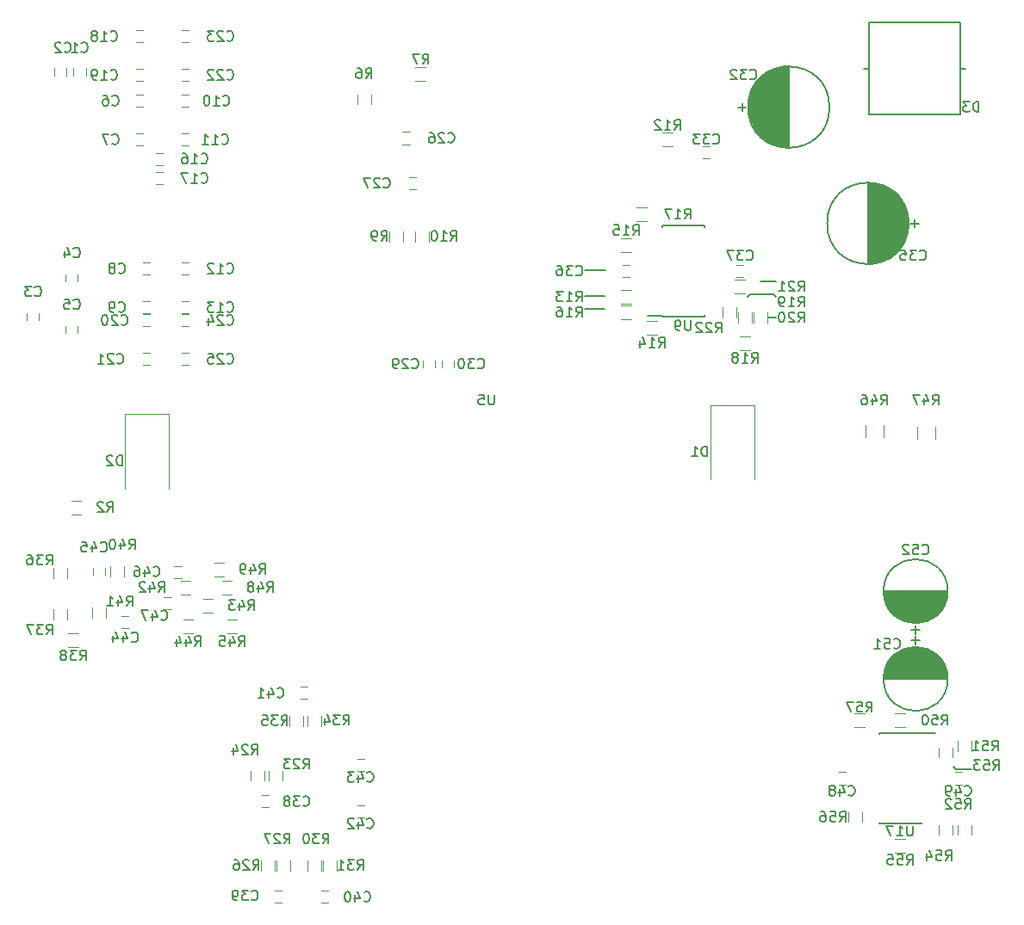
<source format=gbr>
G04 #@! TF.GenerationSoftware,KiCad,Pcbnew,(5.0.2)-1*
G04 #@! TF.CreationDate,2019-08-09T14:56:26+08:00*
G04 #@! TF.ProjectId,Version 4,56657273-696f-46e2-9034-2e6b69636164,rev?*
G04 #@! TF.SameCoordinates,Original*
G04 #@! TF.FileFunction,Legend,Bot*
G04 #@! TF.FilePolarity,Positive*
%FSLAX46Y46*%
G04 Gerber Fmt 4.6, Leading zero omitted, Abs format (unit mm)*
G04 Created by KiCad (PCBNEW (5.0.2)-1) date 08/09/19 14:56:26*
%MOMM*%
%LPD*%
G01*
G04 APERTURE LIST*
%ADD10C,0.200000*%
%ADD11C,0.120000*%
%ADD12C,0.150000*%
G04 APERTURE END LIST*
D10*
X195091000Y-100561000D02*
X194837000Y-100307000D01*
X196615000Y-100561000D02*
X195091000Y-100561000D01*
X158642000Y-51412000D02*
X160674000Y-51412000D01*
X158642000Y-53952000D02*
X160547000Y-53952000D01*
X158642000Y-55222000D02*
X160547000Y-55222000D01*
X177438000Y-56111000D02*
X176676000Y-56111000D01*
X174898000Y-53825000D02*
X174644000Y-54079000D01*
X175279000Y-53825000D02*
X174898000Y-53825000D01*
X177184000Y-53825000D02*
X175279000Y-53825000D01*
X177438000Y-54079000D02*
X177184000Y-53825000D01*
X175914000Y-52555000D02*
X177438000Y-52555000D01*
D11*
G04 #@! TO.C,R37*
X107760000Y-85821000D02*
X107760000Y-84821000D01*
X106400000Y-84821000D02*
X106400000Y-85821000D01*
G04 #@! TO.C,R36*
X106400000Y-80757000D02*
X106400000Y-81757000D01*
X107760000Y-81757000D02*
X107760000Y-80757000D01*
G04 #@! TO.C,R40*
X111988000Y-80587000D02*
X111988000Y-81587000D01*
X113348000Y-81587000D02*
X113348000Y-80587000D01*
G04 #@! TO.C,C1*
X108366000Y-31588000D02*
X108366000Y-32288000D01*
X109566000Y-32288000D02*
X109566000Y-31588000D01*
G04 #@! TO.C,C2*
X106461000Y-31588000D02*
X106461000Y-32288000D01*
X107661000Y-32288000D02*
X107661000Y-31588000D01*
G04 #@! TO.C,C3*
X104931798Y-56345528D02*
X104931798Y-55645528D01*
X103731798Y-55645528D02*
X103731798Y-56345528D01*
G04 #@! TO.C,C4*
X107541798Y-51835528D02*
X107541798Y-52535528D01*
X108741798Y-52535528D02*
X108741798Y-51835528D01*
G04 #@! TO.C,C5*
X107541798Y-56915528D02*
X107541798Y-57615528D01*
X108741798Y-57615528D02*
X108741798Y-56915528D01*
G04 #@! TO.C,C6*
X115219000Y-34198000D02*
X114519000Y-34198000D01*
X114519000Y-35398000D02*
X115219000Y-35398000D01*
G04 #@! TO.C,C7*
X114519000Y-39208000D02*
X115219000Y-39208000D01*
X115219000Y-38008000D02*
X114519000Y-38008000D01*
G04 #@! TO.C,C8*
X115854000Y-50708000D02*
X115154000Y-50708000D01*
X115154000Y-51908000D02*
X115854000Y-51908000D01*
G04 #@! TO.C,C9*
X115159000Y-55718000D02*
X115859000Y-55718000D01*
X115859000Y-54518000D02*
X115159000Y-54518000D01*
G04 #@! TO.C,C10*
X118969000Y-35398000D02*
X119669000Y-35398000D01*
X119669000Y-34198000D02*
X118969000Y-34198000D01*
G04 #@! TO.C,C11*
X119669000Y-38008000D02*
X118969000Y-38008000D01*
X118969000Y-39208000D02*
X119669000Y-39208000D01*
G04 #@! TO.C,C12*
X118964000Y-51908000D02*
X119664000Y-51908000D01*
X119664000Y-50708000D02*
X118964000Y-50708000D01*
G04 #@! TO.C,C13*
X119669000Y-54518000D02*
X118969000Y-54518000D01*
X118969000Y-55718000D02*
X119669000Y-55718000D01*
G04 #@! TO.C,C16*
X117129000Y-39913000D02*
X116429000Y-39913000D01*
X116429000Y-41113000D02*
X117129000Y-41113000D01*
G04 #@! TO.C,C17*
X116429000Y-43018000D02*
X117129000Y-43018000D01*
X117129000Y-41818000D02*
X116429000Y-41818000D01*
G04 #@! TO.C,C18*
X114519000Y-29048000D02*
X115219000Y-29048000D01*
X115219000Y-27848000D02*
X114519000Y-27848000D01*
G04 #@! TO.C,C19*
X115219000Y-31658000D02*
X114519000Y-31658000D01*
X114519000Y-32858000D02*
X115219000Y-32858000D01*
G04 #@! TO.C,C20*
X115154000Y-56988000D02*
X115854000Y-56988000D01*
X115854000Y-55788000D02*
X115154000Y-55788000D01*
G04 #@! TO.C,C21*
X115859000Y-59598000D02*
X115159000Y-59598000D01*
X115159000Y-60798000D02*
X115859000Y-60798000D01*
G04 #@! TO.C,C22*
X118969000Y-32858000D02*
X119669000Y-32858000D01*
X119669000Y-31658000D02*
X118969000Y-31658000D01*
G04 #@! TO.C,C23*
X119669000Y-27848000D02*
X118969000Y-27848000D01*
X118969000Y-29048000D02*
X119669000Y-29048000D01*
G04 #@! TO.C,C24*
X118969000Y-56988000D02*
X119669000Y-56988000D01*
X119669000Y-55788000D02*
X118969000Y-55788000D01*
G04 #@! TO.C,C25*
X119664000Y-59598000D02*
X118964000Y-59598000D01*
X118964000Y-60798000D02*
X119664000Y-60798000D01*
G04 #@! TO.C,C26*
X141405000Y-37858000D02*
X140705000Y-37858000D01*
X140705000Y-39058000D02*
X141405000Y-39058000D01*
G04 #@! TO.C,C27*
X141335000Y-43503000D02*
X142035000Y-43503000D01*
X142035000Y-42303000D02*
X141335000Y-42303000D01*
G04 #@! TO.C,C29*
X143875000Y-61033000D02*
X143875000Y-60333000D01*
X142675000Y-60333000D02*
X142675000Y-61033000D01*
G04 #@! TO.C,C30*
X144580000Y-60333000D02*
X144580000Y-61033000D01*
X145780000Y-61033000D02*
X145780000Y-60333000D01*
D12*
G04 #@! TO.C,C32*
X182680000Y-35410000D02*
G75*
G03X182680000Y-35410000I-4000000J0D01*
G01*
X174480000Y-35410000D02*
X173680000Y-35410000D01*
X174080000Y-35810000D02*
X174080000Y-35010000D01*
X178680000Y-39410000D02*
X178680000Y-31410000D01*
G36*
X178680000Y-39410000D02*
X178680000Y-31410000D01*
X178280000Y-31410000D01*
X177480000Y-31610000D01*
X176480000Y-32010000D01*
X175680000Y-32810000D01*
X175080000Y-33810000D01*
X174680000Y-35010000D01*
X174680000Y-35810000D01*
X175280000Y-37410000D01*
X176280000Y-38610000D01*
X177680000Y-39210000D01*
X178680000Y-39410000D01*
G37*
X178680000Y-39410000D02*
X178680000Y-31410000D01*
X178280000Y-31410000D01*
X177480000Y-31610000D01*
X176480000Y-32010000D01*
X175680000Y-32810000D01*
X175080000Y-33810000D01*
X174680000Y-35010000D01*
X174680000Y-35810000D01*
X175280000Y-37410000D01*
X176280000Y-38610000D01*
X177680000Y-39210000D01*
X178680000Y-39410000D01*
D11*
G04 #@! TO.C,C33*
X170930000Y-39255000D02*
X170230000Y-39255000D01*
X170230000Y-40455000D02*
X170930000Y-40455000D01*
D12*
G04 #@! TO.C,C35*
G36*
X186455000Y-42840000D02*
X186455000Y-50840000D01*
X186855000Y-50840000D01*
X187655000Y-50640000D01*
X188655000Y-50240000D01*
X189455000Y-49440000D01*
X190055000Y-48440000D01*
X190455000Y-47240000D01*
X190455000Y-46440000D01*
X189855000Y-44840000D01*
X188855000Y-43640000D01*
X187455000Y-43040000D01*
X186455000Y-42840000D01*
G37*
X186455000Y-42840000D02*
X186455000Y-50840000D01*
X186855000Y-50840000D01*
X187655000Y-50640000D01*
X188655000Y-50240000D01*
X189455000Y-49440000D01*
X190055000Y-48440000D01*
X190455000Y-47240000D01*
X190455000Y-46440000D01*
X189855000Y-44840000D01*
X188855000Y-43640000D01*
X187455000Y-43040000D01*
X186455000Y-42840000D01*
X186455000Y-42840000D02*
X186455000Y-50840000D01*
X191055000Y-46440000D02*
X191055000Y-47240000D01*
X190655000Y-46840000D02*
X191455000Y-46840000D01*
X190455000Y-46840000D02*
G75*
G03X190455000Y-46840000I-4000000J0D01*
G01*
D11*
G04 #@! TO.C,C36*
X162356000Y-52139000D02*
X163056000Y-52139000D01*
X163056000Y-50939000D02*
X162356000Y-50939000D01*
G04 #@! TO.C,C37*
X174232000Y-50939000D02*
X173532000Y-50939000D01*
X173532000Y-52139000D02*
X174232000Y-52139000D01*
G04 #@! TO.C,C38*
X126840049Y-104256653D02*
X127540049Y-104256653D01*
X127540049Y-103056653D02*
X126840049Y-103056653D01*
G04 #@! TO.C,C39*
X128810049Y-112454653D02*
X128110049Y-112454653D01*
X128110049Y-113654653D02*
X128810049Y-113654653D01*
G04 #@! TO.C,C40*
X132682049Y-113654653D02*
X133382049Y-113654653D01*
X133382049Y-112454653D02*
X132682049Y-112454653D01*
G04 #@! TO.C,C41*
X130650049Y-93588653D02*
X131350049Y-93588653D01*
X131350049Y-92388653D02*
X130650049Y-92388653D01*
G04 #@! TO.C,C42*
X136938049Y-104072653D02*
X136238049Y-104072653D01*
X136238049Y-105272653D02*
X136938049Y-105272653D01*
G04 #@! TO.C,C43*
X136238049Y-100700653D02*
X136938049Y-100700653D01*
X136938049Y-99500653D02*
X136238049Y-99500653D01*
G04 #@! TO.C,C44*
X113080000Y-86683000D02*
X113780000Y-86683000D01*
X113780000Y-85483000D02*
X113080000Y-85483000D01*
G04 #@! TO.C,C45*
X111490000Y-81419000D02*
X111490000Y-80719000D01*
X110290000Y-80719000D02*
X110290000Y-81419000D01*
G04 #@! TO.C,C46*
X118272000Y-81739000D02*
X118972000Y-81739000D01*
X118972000Y-80539000D02*
X118272000Y-80539000D01*
G04 #@! TO.C,C47*
X117956000Y-83587000D02*
X117256000Y-83587000D01*
X117256000Y-84787000D02*
X117956000Y-84787000D01*
G04 #@! TO.C,C48*
X184265000Y-100850000D02*
X183565000Y-100850000D01*
X183565000Y-102050000D02*
X184265000Y-102050000D01*
G04 #@! TO.C,C49*
X195695000Y-100850000D02*
X194995000Y-100850000D01*
X194995000Y-102050000D02*
X195695000Y-102050000D01*
D12*
G04 #@! TO.C,C51*
G36*
X188004000Y-91621000D02*
X188304000Y-90271000D01*
X188904000Y-89521000D01*
X189504000Y-89021000D01*
X190204000Y-88671000D01*
X190954000Y-88521000D01*
X191804000Y-88621000D01*
X192904000Y-89071000D01*
X193604000Y-89721000D01*
X193954000Y-90321000D01*
X194204000Y-91121000D01*
X194304000Y-91671000D01*
X188004000Y-91671000D01*
X188004000Y-91621000D01*
G37*
X188004000Y-91621000D02*
X188304000Y-90271000D01*
X188904000Y-89521000D01*
X189504000Y-89021000D01*
X190204000Y-88671000D01*
X190954000Y-88521000D01*
X191804000Y-88621000D01*
X192904000Y-89071000D01*
X193604000Y-89721000D01*
X193954000Y-90321000D01*
X194204000Y-91121000D01*
X194304000Y-91671000D01*
X188004000Y-91671000D01*
X188004000Y-91621000D01*
X190754000Y-87871000D02*
X191554000Y-87871000D01*
X191154000Y-88271000D02*
X191154000Y-87471000D01*
X194304000Y-91671000D02*
G75*
G03X194304000Y-91671000I-3150000J0D01*
G01*
G04 #@! TO.C,C52*
X194304000Y-83035000D02*
G75*
G03X194304000Y-83035000I-3150000J0D01*
G01*
X191154000Y-86435000D02*
X191154000Y-87235000D01*
X191554000Y-86835000D02*
X190754000Y-86835000D01*
G36*
X194304000Y-83085000D02*
X194004000Y-84435000D01*
X193404000Y-85185000D01*
X192804000Y-85685000D01*
X192104000Y-86035000D01*
X191354000Y-86185000D01*
X190504000Y-86085000D01*
X189404000Y-85635000D01*
X188704000Y-84985000D01*
X188354000Y-84385000D01*
X188104000Y-83585000D01*
X188004000Y-83035000D01*
X194304000Y-83035000D01*
X194304000Y-83085000D01*
G37*
X194304000Y-83085000D02*
X194004000Y-84435000D01*
X193404000Y-85185000D01*
X192804000Y-85685000D01*
X192104000Y-86035000D01*
X191354000Y-86185000D01*
X190504000Y-86085000D01*
X189404000Y-85635000D01*
X188704000Y-84985000D01*
X188354000Y-84385000D01*
X188104000Y-83585000D01*
X188004000Y-83035000D01*
X194304000Y-83035000D01*
X194304000Y-83085000D01*
D11*
G04 #@! TO.C,D1*
X170970000Y-64719000D02*
X170970000Y-72019000D01*
X175270000Y-64719000D02*
X175270000Y-72019000D01*
X170970000Y-64719000D02*
X175270000Y-64719000D01*
G04 #@! TO.C,D2*
X113424000Y-65617000D02*
X117724000Y-65617000D01*
X117724000Y-65617000D02*
X117724000Y-72917000D01*
X113424000Y-65617000D02*
X113424000Y-72917000D01*
D12*
G04 #@! TO.C,D3*
X186550000Y-31600000D02*
X186550000Y-27100000D01*
X186550000Y-27100000D02*
X195550000Y-27100000D01*
X195550000Y-27100000D02*
X195550000Y-36100000D01*
X195550000Y-36100000D02*
X186550000Y-36100000D01*
X186550000Y-36100000D02*
X186550000Y-31600000D01*
X186550000Y-31600000D02*
X186050000Y-31600000D01*
X195550000Y-31600000D02*
X196050000Y-31600000D01*
D11*
G04 #@! TO.C,R2*
X109132000Y-74109000D02*
X108132000Y-74109000D01*
X108132000Y-75469000D02*
X109132000Y-75469000D01*
G04 #@! TO.C,R6*
X137605000Y-35148000D02*
X137605000Y-34148000D01*
X136245000Y-34148000D02*
X136245000Y-35148000D01*
G04 #@! TO.C,R7*
X141970000Y-32788000D02*
X142970000Y-32788000D01*
X142970000Y-31428000D02*
X141970000Y-31428000D01*
G04 #@! TO.C,R9*
X139420000Y-47653000D02*
X139420000Y-48653000D01*
X140780000Y-48653000D02*
X140780000Y-47653000D01*
G04 #@! TO.C,R10*
X143320000Y-48653000D02*
X143320000Y-47653000D01*
X141960000Y-47653000D02*
X141960000Y-48653000D01*
G04 #@! TO.C,R12*
X167270000Y-37905000D02*
X166270000Y-37905000D01*
X166270000Y-39265000D02*
X167270000Y-39265000D01*
G04 #@! TO.C,R13*
X163206000Y-53399000D02*
X162206000Y-53399000D01*
X162206000Y-54759000D02*
X163206000Y-54759000D01*
G04 #@! TO.C,R14*
X165746000Y-56447000D02*
X164746000Y-56447000D01*
X164746000Y-57807000D02*
X165746000Y-57807000D01*
G04 #@! TO.C,R15*
X163206000Y-48319000D02*
X162206000Y-48319000D01*
X162206000Y-49679000D02*
X163206000Y-49679000D01*
G04 #@! TO.C,R16*
X162206000Y-56283000D02*
X163206000Y-56283000D01*
X163206000Y-54923000D02*
X162206000Y-54923000D01*
G04 #@! TO.C,R17*
X163730000Y-46631000D02*
X164730000Y-46631000D01*
X164730000Y-45271000D02*
X163730000Y-45271000D01*
G04 #@! TO.C,R18*
X174890000Y-57971000D02*
X173890000Y-57971000D01*
X173890000Y-59331000D02*
X174890000Y-59331000D01*
G04 #@! TO.C,R19*
X173710000Y-55611000D02*
X173710000Y-56611000D01*
X175070000Y-56611000D02*
X175070000Y-55611000D01*
G04 #@! TO.C,R20*
X176594000Y-56611000D02*
X176594000Y-55611000D01*
X175234000Y-55611000D02*
X175234000Y-56611000D01*
G04 #@! TO.C,R21*
X174382000Y-52383000D02*
X173382000Y-52383000D01*
X173382000Y-53743000D02*
X174382000Y-53743000D01*
G04 #@! TO.C,R22*
X173546000Y-56103000D02*
X173546000Y-55103000D01*
X172186000Y-55103000D02*
X172186000Y-56103000D01*
G04 #@! TO.C,R23*
X128886049Y-101700653D02*
X128886049Y-100700653D01*
X127526049Y-100700653D02*
X127526049Y-101700653D01*
G04 #@! TO.C,R24*
X127108049Y-101700653D02*
X127108049Y-100700653D01*
X125748049Y-100700653D02*
X125748049Y-101700653D01*
G04 #@! TO.C,R26*
X126764049Y-109506653D02*
X126764049Y-110506653D01*
X128124049Y-110506653D02*
X128124049Y-109506653D01*
G04 #@! TO.C,R27*
X129648049Y-110506653D02*
X129648049Y-109506653D01*
X128288049Y-109506653D02*
X128288049Y-110506653D01*
G04 #@! TO.C,R30*
X132696049Y-110506653D02*
X132696049Y-109506653D01*
X131336049Y-109506653D02*
X131336049Y-110506653D01*
G04 #@! TO.C,R31*
X132860049Y-109506653D02*
X132860049Y-110506653D01*
X134220049Y-110506653D02*
X134220049Y-109506653D01*
G04 #@! TO.C,R34*
X132696049Y-96282653D02*
X132696049Y-95282653D01*
X131336049Y-95282653D02*
X131336049Y-96282653D01*
G04 #@! TO.C,R35*
X130918049Y-96282653D02*
X130918049Y-95282653D01*
X129558049Y-95282653D02*
X129558049Y-96282653D01*
G04 #@! TO.C,R38*
X107850000Y-88541000D02*
X108850000Y-88541000D01*
X108850000Y-87181000D02*
X107850000Y-87181000D01*
G04 #@! TO.C,R41*
X111570000Y-85651000D02*
X111570000Y-84651000D01*
X110210000Y-84651000D02*
X110210000Y-85651000D01*
G04 #@! TO.C,R42*
X118884000Y-83343000D02*
X119884000Y-83343000D01*
X119884000Y-81983000D02*
X118884000Y-81983000D01*
G04 #@! TO.C,R43*
X121084000Y-85121000D02*
X122084000Y-85121000D01*
X122084000Y-83761000D02*
X121084000Y-83761000D01*
G04 #@! TO.C,R44*
X120138000Y-85793000D02*
X119138000Y-85793000D01*
X119138000Y-87153000D02*
X120138000Y-87153000D01*
G04 #@! TO.C,R45*
X123456000Y-87153000D02*
X124456000Y-87153000D01*
X124456000Y-85793000D02*
X123456000Y-85793000D01*
G04 #@! TO.C,R46*
X186210000Y-66687000D02*
X186210000Y-67887000D01*
X187970000Y-67887000D02*
X187970000Y-66687000D01*
G04 #@! TO.C,R47*
X193050000Y-68061000D02*
X193050000Y-66861000D01*
X191290000Y-66861000D02*
X191290000Y-68061000D01*
G04 #@! TO.C,R48*
X122948000Y-83343000D02*
X123948000Y-83343000D01*
X123948000Y-81983000D02*
X122948000Y-81983000D01*
G04 #@! TO.C,R49*
X122186000Y-81565000D02*
X123186000Y-81565000D01*
X123186000Y-80205000D02*
X122186000Y-80205000D01*
G04 #@! TO.C,R50*
X189130000Y-96415000D02*
X190130000Y-96415000D01*
X190130000Y-95055000D02*
X189130000Y-95055000D01*
G04 #@! TO.C,R51*
X196660000Y-98775000D02*
X196660000Y-97775000D01*
X195300000Y-97775000D02*
X195300000Y-98775000D01*
G04 #@! TO.C,R52*
X196660000Y-107030000D02*
X196660000Y-106030000D01*
X195300000Y-106030000D02*
X195300000Y-107030000D01*
G04 #@! TO.C,R53*
X194755000Y-99410000D02*
X194755000Y-98410000D01*
X193395000Y-98410000D02*
X193395000Y-99410000D01*
G04 #@! TO.C,R54*
X194755000Y-107030000D02*
X194755000Y-106030000D01*
X193395000Y-106030000D02*
X193395000Y-107030000D01*
G04 #@! TO.C,R55*
X190130000Y-107374000D02*
X189130000Y-107374000D01*
X189130000Y-108734000D02*
X190130000Y-108734000D01*
G04 #@! TO.C,R56*
X184505000Y-104760000D02*
X184505000Y-105760000D01*
X185865000Y-105760000D02*
X185865000Y-104760000D01*
G04 #@! TO.C,R57*
X186150000Y-95055000D02*
X185150000Y-95055000D01*
X185150000Y-96415000D02*
X186150000Y-96415000D01*
D12*
G04 #@! TO.C,U9*
X166219000Y-55989000D02*
X166219000Y-55964000D01*
X170369000Y-55989000D02*
X170369000Y-55874000D01*
X170369000Y-47089000D02*
X170369000Y-47204000D01*
X166219000Y-47089000D02*
X166219000Y-47204000D01*
X166219000Y-55989000D02*
X170369000Y-55989000D01*
X166219000Y-47089000D02*
X170369000Y-47089000D01*
X166219000Y-55964000D02*
X164844000Y-55964000D01*
G04 #@! TO.C,U17*
X191705000Y-97025000D02*
X193080000Y-97025000D01*
X191705000Y-105900000D02*
X187555000Y-105900000D01*
X191705000Y-97000000D02*
X187555000Y-97000000D01*
X191705000Y-105900000D02*
X191705000Y-105785000D01*
X187555000Y-105900000D02*
X187555000Y-105785000D01*
X187555000Y-97000000D02*
X187555000Y-97115000D01*
X191705000Y-97000000D02*
X191705000Y-97025000D01*
G04 #@! TO.C,R37*
X105690857Y-87297380D02*
X106024190Y-86821190D01*
X106262285Y-87297380D02*
X106262285Y-86297380D01*
X105881333Y-86297380D01*
X105786095Y-86345000D01*
X105738476Y-86392619D01*
X105690857Y-86487857D01*
X105690857Y-86630714D01*
X105738476Y-86725952D01*
X105786095Y-86773571D01*
X105881333Y-86821190D01*
X106262285Y-86821190D01*
X105357523Y-86297380D02*
X104738476Y-86297380D01*
X105071809Y-86678333D01*
X104928952Y-86678333D01*
X104833714Y-86725952D01*
X104786095Y-86773571D01*
X104738476Y-86868809D01*
X104738476Y-87106904D01*
X104786095Y-87202142D01*
X104833714Y-87249761D01*
X104928952Y-87297380D01*
X105214666Y-87297380D01*
X105309904Y-87249761D01*
X105357523Y-87202142D01*
X104405142Y-86297380D02*
X103738476Y-86297380D01*
X104167047Y-87297380D01*
G04 #@! TO.C,R36*
X105690857Y-80439380D02*
X106024190Y-79963190D01*
X106262285Y-80439380D02*
X106262285Y-79439380D01*
X105881333Y-79439380D01*
X105786095Y-79487000D01*
X105738476Y-79534619D01*
X105690857Y-79629857D01*
X105690857Y-79772714D01*
X105738476Y-79867952D01*
X105786095Y-79915571D01*
X105881333Y-79963190D01*
X106262285Y-79963190D01*
X105357523Y-79439380D02*
X104738476Y-79439380D01*
X105071809Y-79820333D01*
X104928952Y-79820333D01*
X104833714Y-79867952D01*
X104786095Y-79915571D01*
X104738476Y-80010809D01*
X104738476Y-80248904D01*
X104786095Y-80344142D01*
X104833714Y-80391761D01*
X104928952Y-80439380D01*
X105214666Y-80439380D01*
X105309904Y-80391761D01*
X105357523Y-80344142D01*
X103881333Y-79439380D02*
X104071809Y-79439380D01*
X104167047Y-79487000D01*
X104214666Y-79534619D01*
X104309904Y-79677476D01*
X104357523Y-79867952D01*
X104357523Y-80248904D01*
X104309904Y-80344142D01*
X104262285Y-80391761D01*
X104167047Y-80439380D01*
X103976571Y-80439380D01*
X103881333Y-80391761D01*
X103833714Y-80344142D01*
X103786095Y-80248904D01*
X103786095Y-80010809D01*
X103833714Y-79915571D01*
X103881333Y-79867952D01*
X103976571Y-79820333D01*
X104167047Y-79820333D01*
X104262285Y-79867952D01*
X104309904Y-79915571D01*
X104357523Y-80010809D01*
G04 #@! TO.C,R40*
X113818857Y-78915380D02*
X114152190Y-78439190D01*
X114390285Y-78915380D02*
X114390285Y-77915380D01*
X114009333Y-77915380D01*
X113914095Y-77963000D01*
X113866476Y-78010619D01*
X113818857Y-78105857D01*
X113818857Y-78248714D01*
X113866476Y-78343952D01*
X113914095Y-78391571D01*
X114009333Y-78439190D01*
X114390285Y-78439190D01*
X112961714Y-78248714D02*
X112961714Y-78915380D01*
X113199809Y-77867761D02*
X113437904Y-78582047D01*
X112818857Y-78582047D01*
X112247428Y-77915380D02*
X112152190Y-77915380D01*
X112056952Y-77963000D01*
X112009333Y-78010619D01*
X111961714Y-78105857D01*
X111914095Y-78296333D01*
X111914095Y-78534428D01*
X111961714Y-78724904D01*
X112009333Y-78820142D01*
X112056952Y-78867761D01*
X112152190Y-78915380D01*
X112247428Y-78915380D01*
X112342666Y-78867761D01*
X112390285Y-78820142D01*
X112437904Y-78724904D01*
X112485523Y-78534428D01*
X112485523Y-78296333D01*
X112437904Y-78105857D01*
X112390285Y-78010619D01*
X112342666Y-77963000D01*
X112247428Y-77915380D01*
G04 #@! TO.C,C1*
X109136666Y-29934142D02*
X109184285Y-29981761D01*
X109327142Y-30029380D01*
X109422380Y-30029380D01*
X109565238Y-29981761D01*
X109660476Y-29886523D01*
X109708095Y-29791285D01*
X109755714Y-29600809D01*
X109755714Y-29457952D01*
X109708095Y-29267476D01*
X109660476Y-29172238D01*
X109565238Y-29077000D01*
X109422380Y-29029380D01*
X109327142Y-29029380D01*
X109184285Y-29077000D01*
X109136666Y-29124619D01*
X108184285Y-30029380D02*
X108755714Y-30029380D01*
X108470000Y-30029380D02*
X108470000Y-29029380D01*
X108565238Y-29172238D01*
X108660476Y-29267476D01*
X108755714Y-29315095D01*
G04 #@! TO.C,C2*
X107485666Y-29934142D02*
X107533285Y-29981761D01*
X107676142Y-30029380D01*
X107771380Y-30029380D01*
X107914238Y-29981761D01*
X108009476Y-29886523D01*
X108057095Y-29791285D01*
X108104714Y-29600809D01*
X108104714Y-29457952D01*
X108057095Y-29267476D01*
X108009476Y-29172238D01*
X107914238Y-29077000D01*
X107771380Y-29029380D01*
X107676142Y-29029380D01*
X107533285Y-29077000D01*
X107485666Y-29124619D01*
X107104714Y-29124619D02*
X107057095Y-29077000D01*
X106961857Y-29029380D01*
X106723761Y-29029380D01*
X106628523Y-29077000D01*
X106580904Y-29124619D01*
X106533285Y-29219857D01*
X106533285Y-29315095D01*
X106580904Y-29457952D01*
X107152333Y-30029380D01*
X106533285Y-30029380D01*
G04 #@! TO.C,C3*
X104564666Y-53937142D02*
X104612285Y-53984761D01*
X104755142Y-54032380D01*
X104850380Y-54032380D01*
X104993238Y-53984761D01*
X105088476Y-53889523D01*
X105136095Y-53794285D01*
X105183714Y-53603809D01*
X105183714Y-53460952D01*
X105136095Y-53270476D01*
X105088476Y-53175238D01*
X104993238Y-53080000D01*
X104850380Y-53032380D01*
X104755142Y-53032380D01*
X104612285Y-53080000D01*
X104564666Y-53127619D01*
X104231333Y-53032380D02*
X103612285Y-53032380D01*
X103945619Y-53413333D01*
X103802761Y-53413333D01*
X103707523Y-53460952D01*
X103659904Y-53508571D01*
X103612285Y-53603809D01*
X103612285Y-53841904D01*
X103659904Y-53937142D01*
X103707523Y-53984761D01*
X103802761Y-54032380D01*
X104088476Y-54032380D01*
X104183714Y-53984761D01*
X104231333Y-53937142D01*
G04 #@! TO.C,C4*
X108374666Y-50127142D02*
X108422285Y-50174761D01*
X108565142Y-50222380D01*
X108660380Y-50222380D01*
X108803238Y-50174761D01*
X108898476Y-50079523D01*
X108946095Y-49984285D01*
X108993714Y-49793809D01*
X108993714Y-49650952D01*
X108946095Y-49460476D01*
X108898476Y-49365238D01*
X108803238Y-49270000D01*
X108660380Y-49222380D01*
X108565142Y-49222380D01*
X108422285Y-49270000D01*
X108374666Y-49317619D01*
X107517523Y-49555714D02*
X107517523Y-50222380D01*
X107755619Y-49174761D02*
X107993714Y-49889047D01*
X107374666Y-49889047D01*
G04 #@! TO.C,C5*
X108374666Y-55207142D02*
X108422285Y-55254761D01*
X108565142Y-55302380D01*
X108660380Y-55302380D01*
X108803238Y-55254761D01*
X108898476Y-55159523D01*
X108946095Y-55064285D01*
X108993714Y-54873809D01*
X108993714Y-54730952D01*
X108946095Y-54540476D01*
X108898476Y-54445238D01*
X108803238Y-54350000D01*
X108660380Y-54302380D01*
X108565142Y-54302380D01*
X108422285Y-54350000D01*
X108374666Y-54397619D01*
X107469904Y-54302380D02*
X107946095Y-54302380D01*
X107993714Y-54778571D01*
X107946095Y-54730952D01*
X107850857Y-54683333D01*
X107612761Y-54683333D01*
X107517523Y-54730952D01*
X107469904Y-54778571D01*
X107422285Y-54873809D01*
X107422285Y-55111904D01*
X107469904Y-55207142D01*
X107517523Y-55254761D01*
X107612761Y-55302380D01*
X107850857Y-55302380D01*
X107946095Y-55254761D01*
X107993714Y-55207142D01*
G04 #@! TO.C,C6*
X112180666Y-35155142D02*
X112228285Y-35202761D01*
X112371142Y-35250380D01*
X112466380Y-35250380D01*
X112609238Y-35202761D01*
X112704476Y-35107523D01*
X112752095Y-35012285D01*
X112799714Y-34821809D01*
X112799714Y-34678952D01*
X112752095Y-34488476D01*
X112704476Y-34393238D01*
X112609238Y-34298000D01*
X112466380Y-34250380D01*
X112371142Y-34250380D01*
X112228285Y-34298000D01*
X112180666Y-34345619D01*
X111323523Y-34250380D02*
X111514000Y-34250380D01*
X111609238Y-34298000D01*
X111656857Y-34345619D01*
X111752095Y-34488476D01*
X111799714Y-34678952D01*
X111799714Y-35059904D01*
X111752095Y-35155142D01*
X111704476Y-35202761D01*
X111609238Y-35250380D01*
X111418761Y-35250380D01*
X111323523Y-35202761D01*
X111275904Y-35155142D01*
X111228285Y-35059904D01*
X111228285Y-34821809D01*
X111275904Y-34726571D01*
X111323523Y-34678952D01*
X111418761Y-34631333D01*
X111609238Y-34631333D01*
X111704476Y-34678952D01*
X111752095Y-34726571D01*
X111799714Y-34821809D01*
G04 #@! TO.C,C7*
X112180666Y-38965142D02*
X112228285Y-39012761D01*
X112371142Y-39060380D01*
X112466380Y-39060380D01*
X112609238Y-39012761D01*
X112704476Y-38917523D01*
X112752095Y-38822285D01*
X112799714Y-38631809D01*
X112799714Y-38488952D01*
X112752095Y-38298476D01*
X112704476Y-38203238D01*
X112609238Y-38108000D01*
X112466380Y-38060380D01*
X112371142Y-38060380D01*
X112228285Y-38108000D01*
X112180666Y-38155619D01*
X111847333Y-38060380D02*
X111180666Y-38060380D01*
X111609238Y-39060380D01*
G04 #@! TO.C,C8*
X112810666Y-51665142D02*
X112858285Y-51712761D01*
X113001142Y-51760380D01*
X113096380Y-51760380D01*
X113239238Y-51712761D01*
X113334476Y-51617523D01*
X113382095Y-51522285D01*
X113429714Y-51331809D01*
X113429714Y-51188952D01*
X113382095Y-50998476D01*
X113334476Y-50903238D01*
X113239238Y-50808000D01*
X113096380Y-50760380D01*
X113001142Y-50760380D01*
X112858285Y-50808000D01*
X112810666Y-50855619D01*
X112239238Y-51188952D02*
X112334476Y-51141333D01*
X112382095Y-51093714D01*
X112429714Y-50998476D01*
X112429714Y-50950857D01*
X112382095Y-50855619D01*
X112334476Y-50808000D01*
X112239238Y-50760380D01*
X112048761Y-50760380D01*
X111953523Y-50808000D01*
X111905904Y-50855619D01*
X111858285Y-50950857D01*
X111858285Y-50998476D01*
X111905904Y-51093714D01*
X111953523Y-51141333D01*
X112048761Y-51188952D01*
X112239238Y-51188952D01*
X112334476Y-51236571D01*
X112382095Y-51284190D01*
X112429714Y-51379428D01*
X112429714Y-51569904D01*
X112382095Y-51665142D01*
X112334476Y-51712761D01*
X112239238Y-51760380D01*
X112048761Y-51760380D01*
X111953523Y-51712761D01*
X111905904Y-51665142D01*
X111858285Y-51569904D01*
X111858285Y-51379428D01*
X111905904Y-51284190D01*
X111953523Y-51236571D01*
X112048761Y-51188952D01*
G04 #@! TO.C,C9*
X112815666Y-55475142D02*
X112863285Y-55522761D01*
X113006142Y-55570380D01*
X113101380Y-55570380D01*
X113244238Y-55522761D01*
X113339476Y-55427523D01*
X113387095Y-55332285D01*
X113434714Y-55141809D01*
X113434714Y-54998952D01*
X113387095Y-54808476D01*
X113339476Y-54713238D01*
X113244238Y-54618000D01*
X113101380Y-54570380D01*
X113006142Y-54570380D01*
X112863285Y-54618000D01*
X112815666Y-54665619D01*
X112339476Y-55570380D02*
X112149000Y-55570380D01*
X112053761Y-55522761D01*
X112006142Y-55475142D01*
X111910904Y-55332285D01*
X111863285Y-55141809D01*
X111863285Y-54760857D01*
X111910904Y-54665619D01*
X111958523Y-54618000D01*
X112053761Y-54570380D01*
X112244238Y-54570380D01*
X112339476Y-54618000D01*
X112387095Y-54665619D01*
X112434714Y-54760857D01*
X112434714Y-54998952D01*
X112387095Y-55094190D01*
X112339476Y-55141809D01*
X112244238Y-55189428D01*
X112053761Y-55189428D01*
X111958523Y-55141809D01*
X111910904Y-55094190D01*
X111863285Y-54998952D01*
G04 #@! TO.C,C10*
X123070857Y-35155142D02*
X123118476Y-35202761D01*
X123261333Y-35250380D01*
X123356571Y-35250380D01*
X123499428Y-35202761D01*
X123594666Y-35107523D01*
X123642285Y-35012285D01*
X123689904Y-34821809D01*
X123689904Y-34678952D01*
X123642285Y-34488476D01*
X123594666Y-34393238D01*
X123499428Y-34298000D01*
X123356571Y-34250380D01*
X123261333Y-34250380D01*
X123118476Y-34298000D01*
X123070857Y-34345619D01*
X122118476Y-35250380D02*
X122689904Y-35250380D01*
X122404190Y-35250380D02*
X122404190Y-34250380D01*
X122499428Y-34393238D01*
X122594666Y-34488476D01*
X122689904Y-34536095D01*
X121499428Y-34250380D02*
X121404190Y-34250380D01*
X121308952Y-34298000D01*
X121261333Y-34345619D01*
X121213714Y-34440857D01*
X121166095Y-34631333D01*
X121166095Y-34869428D01*
X121213714Y-35059904D01*
X121261333Y-35155142D01*
X121308952Y-35202761D01*
X121404190Y-35250380D01*
X121499428Y-35250380D01*
X121594666Y-35202761D01*
X121642285Y-35155142D01*
X121689904Y-35059904D01*
X121737523Y-34869428D01*
X121737523Y-34631333D01*
X121689904Y-34440857D01*
X121642285Y-34345619D01*
X121594666Y-34298000D01*
X121499428Y-34250380D01*
G04 #@! TO.C,C11*
X122943857Y-38965142D02*
X122991476Y-39012761D01*
X123134333Y-39060380D01*
X123229571Y-39060380D01*
X123372428Y-39012761D01*
X123467666Y-38917523D01*
X123515285Y-38822285D01*
X123562904Y-38631809D01*
X123562904Y-38488952D01*
X123515285Y-38298476D01*
X123467666Y-38203238D01*
X123372428Y-38108000D01*
X123229571Y-38060380D01*
X123134333Y-38060380D01*
X122991476Y-38108000D01*
X122943857Y-38155619D01*
X121991476Y-39060380D02*
X122562904Y-39060380D01*
X122277190Y-39060380D02*
X122277190Y-38060380D01*
X122372428Y-38203238D01*
X122467666Y-38298476D01*
X122562904Y-38346095D01*
X121039095Y-39060380D02*
X121610523Y-39060380D01*
X121324809Y-39060380D02*
X121324809Y-38060380D01*
X121420047Y-38203238D01*
X121515285Y-38298476D01*
X121610523Y-38346095D01*
G04 #@! TO.C,C12*
X123451857Y-51665142D02*
X123499476Y-51712761D01*
X123642333Y-51760380D01*
X123737571Y-51760380D01*
X123880428Y-51712761D01*
X123975666Y-51617523D01*
X124023285Y-51522285D01*
X124070904Y-51331809D01*
X124070904Y-51188952D01*
X124023285Y-50998476D01*
X123975666Y-50903238D01*
X123880428Y-50808000D01*
X123737571Y-50760380D01*
X123642333Y-50760380D01*
X123499476Y-50808000D01*
X123451857Y-50855619D01*
X122499476Y-51760380D02*
X123070904Y-51760380D01*
X122785190Y-51760380D02*
X122785190Y-50760380D01*
X122880428Y-50903238D01*
X122975666Y-50998476D01*
X123070904Y-51046095D01*
X122118523Y-50855619D02*
X122070904Y-50808000D01*
X121975666Y-50760380D01*
X121737571Y-50760380D01*
X121642333Y-50808000D01*
X121594714Y-50855619D01*
X121547095Y-50950857D01*
X121547095Y-51046095D01*
X121594714Y-51188952D01*
X122166142Y-51760380D01*
X121547095Y-51760380D01*
G04 #@! TO.C,C13*
X123451857Y-55475142D02*
X123499476Y-55522761D01*
X123642333Y-55570380D01*
X123737571Y-55570380D01*
X123880428Y-55522761D01*
X123975666Y-55427523D01*
X124023285Y-55332285D01*
X124070904Y-55141809D01*
X124070904Y-54998952D01*
X124023285Y-54808476D01*
X123975666Y-54713238D01*
X123880428Y-54618000D01*
X123737571Y-54570380D01*
X123642333Y-54570380D01*
X123499476Y-54618000D01*
X123451857Y-54665619D01*
X122499476Y-55570380D02*
X123070904Y-55570380D01*
X122785190Y-55570380D02*
X122785190Y-54570380D01*
X122880428Y-54713238D01*
X122975666Y-54808476D01*
X123070904Y-54856095D01*
X122166142Y-54570380D02*
X121547095Y-54570380D01*
X121880428Y-54951333D01*
X121737571Y-54951333D01*
X121642333Y-54998952D01*
X121594714Y-55046571D01*
X121547095Y-55141809D01*
X121547095Y-55379904D01*
X121594714Y-55475142D01*
X121642333Y-55522761D01*
X121737571Y-55570380D01*
X122023285Y-55570380D01*
X122118523Y-55522761D01*
X122166142Y-55475142D01*
G04 #@! TO.C,C16*
X120911857Y-40870142D02*
X120959476Y-40917761D01*
X121102333Y-40965380D01*
X121197571Y-40965380D01*
X121340428Y-40917761D01*
X121435666Y-40822523D01*
X121483285Y-40727285D01*
X121530904Y-40536809D01*
X121530904Y-40393952D01*
X121483285Y-40203476D01*
X121435666Y-40108238D01*
X121340428Y-40013000D01*
X121197571Y-39965380D01*
X121102333Y-39965380D01*
X120959476Y-40013000D01*
X120911857Y-40060619D01*
X119959476Y-40965380D02*
X120530904Y-40965380D01*
X120245190Y-40965380D02*
X120245190Y-39965380D01*
X120340428Y-40108238D01*
X120435666Y-40203476D01*
X120530904Y-40251095D01*
X119102333Y-39965380D02*
X119292809Y-39965380D01*
X119388047Y-40013000D01*
X119435666Y-40060619D01*
X119530904Y-40203476D01*
X119578523Y-40393952D01*
X119578523Y-40774904D01*
X119530904Y-40870142D01*
X119483285Y-40917761D01*
X119388047Y-40965380D01*
X119197571Y-40965380D01*
X119102333Y-40917761D01*
X119054714Y-40870142D01*
X119007095Y-40774904D01*
X119007095Y-40536809D01*
X119054714Y-40441571D01*
X119102333Y-40393952D01*
X119197571Y-40346333D01*
X119388047Y-40346333D01*
X119483285Y-40393952D01*
X119530904Y-40441571D01*
X119578523Y-40536809D01*
G04 #@! TO.C,C17*
X120911857Y-42775142D02*
X120959476Y-42822761D01*
X121102333Y-42870380D01*
X121197571Y-42870380D01*
X121340428Y-42822761D01*
X121435666Y-42727523D01*
X121483285Y-42632285D01*
X121530904Y-42441809D01*
X121530904Y-42298952D01*
X121483285Y-42108476D01*
X121435666Y-42013238D01*
X121340428Y-41918000D01*
X121197571Y-41870380D01*
X121102333Y-41870380D01*
X120959476Y-41918000D01*
X120911857Y-41965619D01*
X119959476Y-42870380D02*
X120530904Y-42870380D01*
X120245190Y-42870380D02*
X120245190Y-41870380D01*
X120340428Y-42013238D01*
X120435666Y-42108476D01*
X120530904Y-42156095D01*
X119626142Y-41870380D02*
X118959476Y-41870380D01*
X119388047Y-42870380D01*
G04 #@! TO.C,C18*
X112021857Y-28805142D02*
X112069476Y-28852761D01*
X112212333Y-28900380D01*
X112307571Y-28900380D01*
X112450428Y-28852761D01*
X112545666Y-28757523D01*
X112593285Y-28662285D01*
X112640904Y-28471809D01*
X112640904Y-28328952D01*
X112593285Y-28138476D01*
X112545666Y-28043238D01*
X112450428Y-27948000D01*
X112307571Y-27900380D01*
X112212333Y-27900380D01*
X112069476Y-27948000D01*
X112021857Y-27995619D01*
X111069476Y-28900380D02*
X111640904Y-28900380D01*
X111355190Y-28900380D02*
X111355190Y-27900380D01*
X111450428Y-28043238D01*
X111545666Y-28138476D01*
X111640904Y-28186095D01*
X110498047Y-28328952D02*
X110593285Y-28281333D01*
X110640904Y-28233714D01*
X110688523Y-28138476D01*
X110688523Y-28090857D01*
X110640904Y-27995619D01*
X110593285Y-27948000D01*
X110498047Y-27900380D01*
X110307571Y-27900380D01*
X110212333Y-27948000D01*
X110164714Y-27995619D01*
X110117095Y-28090857D01*
X110117095Y-28138476D01*
X110164714Y-28233714D01*
X110212333Y-28281333D01*
X110307571Y-28328952D01*
X110498047Y-28328952D01*
X110593285Y-28376571D01*
X110640904Y-28424190D01*
X110688523Y-28519428D01*
X110688523Y-28709904D01*
X110640904Y-28805142D01*
X110593285Y-28852761D01*
X110498047Y-28900380D01*
X110307571Y-28900380D01*
X110212333Y-28852761D01*
X110164714Y-28805142D01*
X110117095Y-28709904D01*
X110117095Y-28519428D01*
X110164714Y-28424190D01*
X110212333Y-28376571D01*
X110307571Y-28328952D01*
G04 #@! TO.C,C19*
X112021857Y-32615142D02*
X112069476Y-32662761D01*
X112212333Y-32710380D01*
X112307571Y-32710380D01*
X112450428Y-32662761D01*
X112545666Y-32567523D01*
X112593285Y-32472285D01*
X112640904Y-32281809D01*
X112640904Y-32138952D01*
X112593285Y-31948476D01*
X112545666Y-31853238D01*
X112450428Y-31758000D01*
X112307571Y-31710380D01*
X112212333Y-31710380D01*
X112069476Y-31758000D01*
X112021857Y-31805619D01*
X111069476Y-32710380D02*
X111640904Y-32710380D01*
X111355190Y-32710380D02*
X111355190Y-31710380D01*
X111450428Y-31853238D01*
X111545666Y-31948476D01*
X111640904Y-31996095D01*
X110593285Y-32710380D02*
X110402809Y-32710380D01*
X110307571Y-32662761D01*
X110259952Y-32615142D01*
X110164714Y-32472285D01*
X110117095Y-32281809D01*
X110117095Y-31900857D01*
X110164714Y-31805619D01*
X110212333Y-31758000D01*
X110307571Y-31710380D01*
X110498047Y-31710380D01*
X110593285Y-31758000D01*
X110640904Y-31805619D01*
X110688523Y-31900857D01*
X110688523Y-32138952D01*
X110640904Y-32234190D01*
X110593285Y-32281809D01*
X110498047Y-32329428D01*
X110307571Y-32329428D01*
X110212333Y-32281809D01*
X110164714Y-32234190D01*
X110117095Y-32138952D01*
G04 #@! TO.C,C20*
X113056857Y-56745142D02*
X113104476Y-56792761D01*
X113247333Y-56840380D01*
X113342571Y-56840380D01*
X113485428Y-56792761D01*
X113580666Y-56697523D01*
X113628285Y-56602285D01*
X113675904Y-56411809D01*
X113675904Y-56268952D01*
X113628285Y-56078476D01*
X113580666Y-55983238D01*
X113485428Y-55888000D01*
X113342571Y-55840380D01*
X113247333Y-55840380D01*
X113104476Y-55888000D01*
X113056857Y-55935619D01*
X112675904Y-55935619D02*
X112628285Y-55888000D01*
X112533047Y-55840380D01*
X112294952Y-55840380D01*
X112199714Y-55888000D01*
X112152095Y-55935619D01*
X112104476Y-56030857D01*
X112104476Y-56126095D01*
X112152095Y-56268952D01*
X112723523Y-56840380D01*
X112104476Y-56840380D01*
X111485428Y-55840380D02*
X111390190Y-55840380D01*
X111294952Y-55888000D01*
X111247333Y-55935619D01*
X111199714Y-56030857D01*
X111152095Y-56221333D01*
X111152095Y-56459428D01*
X111199714Y-56649904D01*
X111247333Y-56745142D01*
X111294952Y-56792761D01*
X111390190Y-56840380D01*
X111485428Y-56840380D01*
X111580666Y-56792761D01*
X111628285Y-56745142D01*
X111675904Y-56649904D01*
X111723523Y-56459428D01*
X111723523Y-56221333D01*
X111675904Y-56030857D01*
X111628285Y-55935619D01*
X111580666Y-55888000D01*
X111485428Y-55840380D01*
G04 #@! TO.C,C21*
X112656857Y-60555142D02*
X112704476Y-60602761D01*
X112847333Y-60650380D01*
X112942571Y-60650380D01*
X113085428Y-60602761D01*
X113180666Y-60507523D01*
X113228285Y-60412285D01*
X113275904Y-60221809D01*
X113275904Y-60078952D01*
X113228285Y-59888476D01*
X113180666Y-59793238D01*
X113085428Y-59698000D01*
X112942571Y-59650380D01*
X112847333Y-59650380D01*
X112704476Y-59698000D01*
X112656857Y-59745619D01*
X112275904Y-59745619D02*
X112228285Y-59698000D01*
X112133047Y-59650380D01*
X111894952Y-59650380D01*
X111799714Y-59698000D01*
X111752095Y-59745619D01*
X111704476Y-59840857D01*
X111704476Y-59936095D01*
X111752095Y-60078952D01*
X112323523Y-60650380D01*
X111704476Y-60650380D01*
X110752095Y-60650380D02*
X111323523Y-60650380D01*
X111037809Y-60650380D02*
X111037809Y-59650380D01*
X111133047Y-59793238D01*
X111228285Y-59888476D01*
X111323523Y-59936095D01*
G04 #@! TO.C,C22*
X123451857Y-32615142D02*
X123499476Y-32662761D01*
X123642333Y-32710380D01*
X123737571Y-32710380D01*
X123880428Y-32662761D01*
X123975666Y-32567523D01*
X124023285Y-32472285D01*
X124070904Y-32281809D01*
X124070904Y-32138952D01*
X124023285Y-31948476D01*
X123975666Y-31853238D01*
X123880428Y-31758000D01*
X123737571Y-31710380D01*
X123642333Y-31710380D01*
X123499476Y-31758000D01*
X123451857Y-31805619D01*
X123070904Y-31805619D02*
X123023285Y-31758000D01*
X122928047Y-31710380D01*
X122689952Y-31710380D01*
X122594714Y-31758000D01*
X122547095Y-31805619D01*
X122499476Y-31900857D01*
X122499476Y-31996095D01*
X122547095Y-32138952D01*
X123118523Y-32710380D01*
X122499476Y-32710380D01*
X122118523Y-31805619D02*
X122070904Y-31758000D01*
X121975666Y-31710380D01*
X121737571Y-31710380D01*
X121642333Y-31758000D01*
X121594714Y-31805619D01*
X121547095Y-31900857D01*
X121547095Y-31996095D01*
X121594714Y-32138952D01*
X122166142Y-32710380D01*
X121547095Y-32710380D01*
G04 #@! TO.C,C23*
X123451857Y-28805142D02*
X123499476Y-28852761D01*
X123642333Y-28900380D01*
X123737571Y-28900380D01*
X123880428Y-28852761D01*
X123975666Y-28757523D01*
X124023285Y-28662285D01*
X124070904Y-28471809D01*
X124070904Y-28328952D01*
X124023285Y-28138476D01*
X123975666Y-28043238D01*
X123880428Y-27948000D01*
X123737571Y-27900380D01*
X123642333Y-27900380D01*
X123499476Y-27948000D01*
X123451857Y-27995619D01*
X123070904Y-27995619D02*
X123023285Y-27948000D01*
X122928047Y-27900380D01*
X122689952Y-27900380D01*
X122594714Y-27948000D01*
X122547095Y-27995619D01*
X122499476Y-28090857D01*
X122499476Y-28186095D01*
X122547095Y-28328952D01*
X123118523Y-28900380D01*
X122499476Y-28900380D01*
X122166142Y-27900380D02*
X121547095Y-27900380D01*
X121880428Y-28281333D01*
X121737571Y-28281333D01*
X121642333Y-28328952D01*
X121594714Y-28376571D01*
X121547095Y-28471809D01*
X121547095Y-28709904D01*
X121594714Y-28805142D01*
X121642333Y-28852761D01*
X121737571Y-28900380D01*
X122023285Y-28900380D01*
X122118523Y-28852761D01*
X122166142Y-28805142D01*
G04 #@! TO.C,C24*
X123451857Y-56745142D02*
X123499476Y-56792761D01*
X123642333Y-56840380D01*
X123737571Y-56840380D01*
X123880428Y-56792761D01*
X123975666Y-56697523D01*
X124023285Y-56602285D01*
X124070904Y-56411809D01*
X124070904Y-56268952D01*
X124023285Y-56078476D01*
X123975666Y-55983238D01*
X123880428Y-55888000D01*
X123737571Y-55840380D01*
X123642333Y-55840380D01*
X123499476Y-55888000D01*
X123451857Y-55935619D01*
X123070904Y-55935619D02*
X123023285Y-55888000D01*
X122928047Y-55840380D01*
X122689952Y-55840380D01*
X122594714Y-55888000D01*
X122547095Y-55935619D01*
X122499476Y-56030857D01*
X122499476Y-56126095D01*
X122547095Y-56268952D01*
X123118523Y-56840380D01*
X122499476Y-56840380D01*
X121642333Y-56173714D02*
X121642333Y-56840380D01*
X121880428Y-55792761D02*
X122118523Y-56507047D01*
X121499476Y-56507047D01*
G04 #@! TO.C,C25*
X123451857Y-60555142D02*
X123499476Y-60602761D01*
X123642333Y-60650380D01*
X123737571Y-60650380D01*
X123880428Y-60602761D01*
X123975666Y-60507523D01*
X124023285Y-60412285D01*
X124070904Y-60221809D01*
X124070904Y-60078952D01*
X124023285Y-59888476D01*
X123975666Y-59793238D01*
X123880428Y-59698000D01*
X123737571Y-59650380D01*
X123642333Y-59650380D01*
X123499476Y-59698000D01*
X123451857Y-59745619D01*
X123070904Y-59745619D02*
X123023285Y-59698000D01*
X122928047Y-59650380D01*
X122689952Y-59650380D01*
X122594714Y-59698000D01*
X122547095Y-59745619D01*
X122499476Y-59840857D01*
X122499476Y-59936095D01*
X122547095Y-60078952D01*
X123118523Y-60650380D01*
X122499476Y-60650380D01*
X121594714Y-59650380D02*
X122070904Y-59650380D01*
X122118523Y-60126571D01*
X122070904Y-60078952D01*
X121975666Y-60031333D01*
X121737571Y-60031333D01*
X121642333Y-60078952D01*
X121594714Y-60126571D01*
X121547095Y-60221809D01*
X121547095Y-60459904D01*
X121594714Y-60555142D01*
X121642333Y-60602761D01*
X121737571Y-60650380D01*
X121975666Y-60650380D01*
X122070904Y-60602761D01*
X122118523Y-60555142D01*
G04 #@! TO.C,C26*
X145187857Y-38815142D02*
X145235476Y-38862761D01*
X145378333Y-38910380D01*
X145473571Y-38910380D01*
X145616428Y-38862761D01*
X145711666Y-38767523D01*
X145759285Y-38672285D01*
X145806904Y-38481809D01*
X145806904Y-38338952D01*
X145759285Y-38148476D01*
X145711666Y-38053238D01*
X145616428Y-37958000D01*
X145473571Y-37910380D01*
X145378333Y-37910380D01*
X145235476Y-37958000D01*
X145187857Y-38005619D01*
X144806904Y-38005619D02*
X144759285Y-37958000D01*
X144664047Y-37910380D01*
X144425952Y-37910380D01*
X144330714Y-37958000D01*
X144283095Y-38005619D01*
X144235476Y-38100857D01*
X144235476Y-38196095D01*
X144283095Y-38338952D01*
X144854523Y-38910380D01*
X144235476Y-38910380D01*
X143378333Y-37910380D02*
X143568809Y-37910380D01*
X143664047Y-37958000D01*
X143711666Y-38005619D01*
X143806904Y-38148476D01*
X143854523Y-38338952D01*
X143854523Y-38719904D01*
X143806904Y-38815142D01*
X143759285Y-38862761D01*
X143664047Y-38910380D01*
X143473571Y-38910380D01*
X143378333Y-38862761D01*
X143330714Y-38815142D01*
X143283095Y-38719904D01*
X143283095Y-38481809D01*
X143330714Y-38386571D01*
X143378333Y-38338952D01*
X143473571Y-38291333D01*
X143664047Y-38291333D01*
X143759285Y-38338952D01*
X143806904Y-38386571D01*
X143854523Y-38481809D01*
G04 #@! TO.C,C27*
X138837857Y-43260142D02*
X138885476Y-43307761D01*
X139028333Y-43355380D01*
X139123571Y-43355380D01*
X139266428Y-43307761D01*
X139361666Y-43212523D01*
X139409285Y-43117285D01*
X139456904Y-42926809D01*
X139456904Y-42783952D01*
X139409285Y-42593476D01*
X139361666Y-42498238D01*
X139266428Y-42403000D01*
X139123571Y-42355380D01*
X139028333Y-42355380D01*
X138885476Y-42403000D01*
X138837857Y-42450619D01*
X138456904Y-42450619D02*
X138409285Y-42403000D01*
X138314047Y-42355380D01*
X138075952Y-42355380D01*
X137980714Y-42403000D01*
X137933095Y-42450619D01*
X137885476Y-42545857D01*
X137885476Y-42641095D01*
X137933095Y-42783952D01*
X138504523Y-43355380D01*
X137885476Y-43355380D01*
X137552142Y-42355380D02*
X136885476Y-42355380D01*
X137314047Y-43355380D01*
G04 #@! TO.C,C29*
X141631857Y-61040142D02*
X141679476Y-61087761D01*
X141822333Y-61135380D01*
X141917571Y-61135380D01*
X142060428Y-61087761D01*
X142155666Y-60992523D01*
X142203285Y-60897285D01*
X142250904Y-60706809D01*
X142250904Y-60563952D01*
X142203285Y-60373476D01*
X142155666Y-60278238D01*
X142060428Y-60183000D01*
X141917571Y-60135380D01*
X141822333Y-60135380D01*
X141679476Y-60183000D01*
X141631857Y-60230619D01*
X141250904Y-60230619D02*
X141203285Y-60183000D01*
X141108047Y-60135380D01*
X140869952Y-60135380D01*
X140774714Y-60183000D01*
X140727095Y-60230619D01*
X140679476Y-60325857D01*
X140679476Y-60421095D01*
X140727095Y-60563952D01*
X141298523Y-61135380D01*
X140679476Y-61135380D01*
X140203285Y-61135380D02*
X140012809Y-61135380D01*
X139917571Y-61087761D01*
X139869952Y-61040142D01*
X139774714Y-60897285D01*
X139727095Y-60706809D01*
X139727095Y-60325857D01*
X139774714Y-60230619D01*
X139822333Y-60183000D01*
X139917571Y-60135380D01*
X140108047Y-60135380D01*
X140203285Y-60183000D01*
X140250904Y-60230619D01*
X140298523Y-60325857D01*
X140298523Y-60563952D01*
X140250904Y-60659190D01*
X140203285Y-60706809D01*
X140108047Y-60754428D01*
X139917571Y-60754428D01*
X139822333Y-60706809D01*
X139774714Y-60659190D01*
X139727095Y-60563952D01*
G04 #@! TO.C,C30*
X148108857Y-61040142D02*
X148156476Y-61087761D01*
X148299333Y-61135380D01*
X148394571Y-61135380D01*
X148537428Y-61087761D01*
X148632666Y-60992523D01*
X148680285Y-60897285D01*
X148727904Y-60706809D01*
X148727904Y-60563952D01*
X148680285Y-60373476D01*
X148632666Y-60278238D01*
X148537428Y-60183000D01*
X148394571Y-60135380D01*
X148299333Y-60135380D01*
X148156476Y-60183000D01*
X148108857Y-60230619D01*
X147775523Y-60135380D02*
X147156476Y-60135380D01*
X147489809Y-60516333D01*
X147346952Y-60516333D01*
X147251714Y-60563952D01*
X147204095Y-60611571D01*
X147156476Y-60706809D01*
X147156476Y-60944904D01*
X147204095Y-61040142D01*
X147251714Y-61087761D01*
X147346952Y-61135380D01*
X147632666Y-61135380D01*
X147727904Y-61087761D01*
X147775523Y-61040142D01*
X146537428Y-60135380D02*
X146442190Y-60135380D01*
X146346952Y-60183000D01*
X146299333Y-60230619D01*
X146251714Y-60325857D01*
X146204095Y-60516333D01*
X146204095Y-60754428D01*
X146251714Y-60944904D01*
X146299333Y-61040142D01*
X146346952Y-61087761D01*
X146442190Y-61135380D01*
X146537428Y-61135380D01*
X146632666Y-61087761D01*
X146680285Y-61040142D01*
X146727904Y-60944904D01*
X146775523Y-60754428D01*
X146775523Y-60516333D01*
X146727904Y-60325857D01*
X146680285Y-60230619D01*
X146632666Y-60183000D01*
X146537428Y-60135380D01*
G04 #@! TO.C,C32*
X174877857Y-32592142D02*
X174925476Y-32639761D01*
X175068333Y-32687380D01*
X175163571Y-32687380D01*
X175306428Y-32639761D01*
X175401666Y-32544523D01*
X175449285Y-32449285D01*
X175496904Y-32258809D01*
X175496904Y-32115952D01*
X175449285Y-31925476D01*
X175401666Y-31830238D01*
X175306428Y-31735000D01*
X175163571Y-31687380D01*
X175068333Y-31687380D01*
X174925476Y-31735000D01*
X174877857Y-31782619D01*
X174544523Y-31687380D02*
X173925476Y-31687380D01*
X174258809Y-32068333D01*
X174115952Y-32068333D01*
X174020714Y-32115952D01*
X173973095Y-32163571D01*
X173925476Y-32258809D01*
X173925476Y-32496904D01*
X173973095Y-32592142D01*
X174020714Y-32639761D01*
X174115952Y-32687380D01*
X174401666Y-32687380D01*
X174496904Y-32639761D01*
X174544523Y-32592142D01*
X173544523Y-31782619D02*
X173496904Y-31735000D01*
X173401666Y-31687380D01*
X173163571Y-31687380D01*
X173068333Y-31735000D01*
X173020714Y-31782619D01*
X172973095Y-31877857D01*
X172973095Y-31973095D01*
X173020714Y-32115952D01*
X173592142Y-32687380D01*
X172973095Y-32687380D01*
G04 #@! TO.C,C33*
X171222857Y-38942142D02*
X171270476Y-38989761D01*
X171413333Y-39037380D01*
X171508571Y-39037380D01*
X171651428Y-38989761D01*
X171746666Y-38894523D01*
X171794285Y-38799285D01*
X171841904Y-38608809D01*
X171841904Y-38465952D01*
X171794285Y-38275476D01*
X171746666Y-38180238D01*
X171651428Y-38085000D01*
X171508571Y-38037380D01*
X171413333Y-38037380D01*
X171270476Y-38085000D01*
X171222857Y-38132619D01*
X170889523Y-38037380D02*
X170270476Y-38037380D01*
X170603809Y-38418333D01*
X170460952Y-38418333D01*
X170365714Y-38465952D01*
X170318095Y-38513571D01*
X170270476Y-38608809D01*
X170270476Y-38846904D01*
X170318095Y-38942142D01*
X170365714Y-38989761D01*
X170460952Y-39037380D01*
X170746666Y-39037380D01*
X170841904Y-38989761D01*
X170889523Y-38942142D01*
X169937142Y-38037380D02*
X169318095Y-38037380D01*
X169651428Y-38418333D01*
X169508571Y-38418333D01*
X169413333Y-38465952D01*
X169365714Y-38513571D01*
X169318095Y-38608809D01*
X169318095Y-38846904D01*
X169365714Y-38942142D01*
X169413333Y-38989761D01*
X169508571Y-39037380D01*
X169794285Y-39037380D01*
X169889523Y-38989761D01*
X169937142Y-38942142D01*
G04 #@! TO.C,C35*
X191542857Y-50372142D02*
X191590476Y-50419761D01*
X191733333Y-50467380D01*
X191828571Y-50467380D01*
X191971428Y-50419761D01*
X192066666Y-50324523D01*
X192114285Y-50229285D01*
X192161904Y-50038809D01*
X192161904Y-49895952D01*
X192114285Y-49705476D01*
X192066666Y-49610238D01*
X191971428Y-49515000D01*
X191828571Y-49467380D01*
X191733333Y-49467380D01*
X191590476Y-49515000D01*
X191542857Y-49562619D01*
X191209523Y-49467380D02*
X190590476Y-49467380D01*
X190923809Y-49848333D01*
X190780952Y-49848333D01*
X190685714Y-49895952D01*
X190638095Y-49943571D01*
X190590476Y-50038809D01*
X190590476Y-50276904D01*
X190638095Y-50372142D01*
X190685714Y-50419761D01*
X190780952Y-50467380D01*
X191066666Y-50467380D01*
X191161904Y-50419761D01*
X191209523Y-50372142D01*
X189685714Y-49467380D02*
X190161904Y-49467380D01*
X190209523Y-49943571D01*
X190161904Y-49895952D01*
X190066666Y-49848333D01*
X189828571Y-49848333D01*
X189733333Y-49895952D01*
X189685714Y-49943571D01*
X189638095Y-50038809D01*
X189638095Y-50276904D01*
X189685714Y-50372142D01*
X189733333Y-50419761D01*
X189828571Y-50467380D01*
X190066666Y-50467380D01*
X190161904Y-50419761D01*
X190209523Y-50372142D01*
G04 #@! TO.C,C36*
X157760857Y-51896142D02*
X157808476Y-51943761D01*
X157951333Y-51991380D01*
X158046571Y-51991380D01*
X158189428Y-51943761D01*
X158284666Y-51848523D01*
X158332285Y-51753285D01*
X158379904Y-51562809D01*
X158379904Y-51419952D01*
X158332285Y-51229476D01*
X158284666Y-51134238D01*
X158189428Y-51039000D01*
X158046571Y-50991380D01*
X157951333Y-50991380D01*
X157808476Y-51039000D01*
X157760857Y-51086619D01*
X157427523Y-50991380D02*
X156808476Y-50991380D01*
X157141809Y-51372333D01*
X156998952Y-51372333D01*
X156903714Y-51419952D01*
X156856095Y-51467571D01*
X156808476Y-51562809D01*
X156808476Y-51800904D01*
X156856095Y-51896142D01*
X156903714Y-51943761D01*
X156998952Y-51991380D01*
X157284666Y-51991380D01*
X157379904Y-51943761D01*
X157427523Y-51896142D01*
X155951333Y-50991380D02*
X156141809Y-50991380D01*
X156237047Y-51039000D01*
X156284666Y-51086619D01*
X156379904Y-51229476D01*
X156427523Y-51419952D01*
X156427523Y-51800904D01*
X156379904Y-51896142D01*
X156332285Y-51943761D01*
X156237047Y-51991380D01*
X156046571Y-51991380D01*
X155951333Y-51943761D01*
X155903714Y-51896142D01*
X155856095Y-51800904D01*
X155856095Y-51562809D01*
X155903714Y-51467571D01*
X155951333Y-51419952D01*
X156046571Y-51372333D01*
X156237047Y-51372333D01*
X156332285Y-51419952D01*
X156379904Y-51467571D01*
X156427523Y-51562809D01*
G04 #@! TO.C,C37*
X174524857Y-50372142D02*
X174572476Y-50419761D01*
X174715333Y-50467380D01*
X174810571Y-50467380D01*
X174953428Y-50419761D01*
X175048666Y-50324523D01*
X175096285Y-50229285D01*
X175143904Y-50038809D01*
X175143904Y-49895952D01*
X175096285Y-49705476D01*
X175048666Y-49610238D01*
X174953428Y-49515000D01*
X174810571Y-49467380D01*
X174715333Y-49467380D01*
X174572476Y-49515000D01*
X174524857Y-49562619D01*
X174191523Y-49467380D02*
X173572476Y-49467380D01*
X173905809Y-49848333D01*
X173762952Y-49848333D01*
X173667714Y-49895952D01*
X173620095Y-49943571D01*
X173572476Y-50038809D01*
X173572476Y-50276904D01*
X173620095Y-50372142D01*
X173667714Y-50419761D01*
X173762952Y-50467380D01*
X174048666Y-50467380D01*
X174143904Y-50419761D01*
X174191523Y-50372142D01*
X173239142Y-49467380D02*
X172572476Y-49467380D01*
X173001047Y-50467380D01*
G04 #@! TO.C,C38*
X130948857Y-104102142D02*
X130996476Y-104149761D01*
X131139333Y-104197380D01*
X131234571Y-104197380D01*
X131377428Y-104149761D01*
X131472666Y-104054523D01*
X131520285Y-103959285D01*
X131567904Y-103768809D01*
X131567904Y-103625952D01*
X131520285Y-103435476D01*
X131472666Y-103340238D01*
X131377428Y-103245000D01*
X131234571Y-103197380D01*
X131139333Y-103197380D01*
X130996476Y-103245000D01*
X130948857Y-103292619D01*
X130615523Y-103197380D02*
X129996476Y-103197380D01*
X130329809Y-103578333D01*
X130186952Y-103578333D01*
X130091714Y-103625952D01*
X130044095Y-103673571D01*
X129996476Y-103768809D01*
X129996476Y-104006904D01*
X130044095Y-104102142D01*
X130091714Y-104149761D01*
X130186952Y-104197380D01*
X130472666Y-104197380D01*
X130567904Y-104149761D01*
X130615523Y-104102142D01*
X129425047Y-103625952D02*
X129520285Y-103578333D01*
X129567904Y-103530714D01*
X129615523Y-103435476D01*
X129615523Y-103387857D01*
X129567904Y-103292619D01*
X129520285Y-103245000D01*
X129425047Y-103197380D01*
X129234571Y-103197380D01*
X129139333Y-103245000D01*
X129091714Y-103292619D01*
X129044095Y-103387857D01*
X129044095Y-103435476D01*
X129091714Y-103530714D01*
X129139333Y-103578333D01*
X129234571Y-103625952D01*
X129425047Y-103625952D01*
X129520285Y-103673571D01*
X129567904Y-103721190D01*
X129615523Y-103816428D01*
X129615523Y-104006904D01*
X129567904Y-104102142D01*
X129520285Y-104149761D01*
X129425047Y-104197380D01*
X129234571Y-104197380D01*
X129139333Y-104149761D01*
X129091714Y-104102142D01*
X129044095Y-104006904D01*
X129044095Y-103816428D01*
X129091714Y-103721190D01*
X129139333Y-103673571D01*
X129234571Y-103625952D01*
G04 #@! TO.C,C39*
X125868857Y-113373142D02*
X125916476Y-113420761D01*
X126059333Y-113468380D01*
X126154571Y-113468380D01*
X126297428Y-113420761D01*
X126392666Y-113325523D01*
X126440285Y-113230285D01*
X126487904Y-113039809D01*
X126487904Y-112896952D01*
X126440285Y-112706476D01*
X126392666Y-112611238D01*
X126297428Y-112516000D01*
X126154571Y-112468380D01*
X126059333Y-112468380D01*
X125916476Y-112516000D01*
X125868857Y-112563619D01*
X125535523Y-112468380D02*
X124916476Y-112468380D01*
X125249809Y-112849333D01*
X125106952Y-112849333D01*
X125011714Y-112896952D01*
X124964095Y-112944571D01*
X124916476Y-113039809D01*
X124916476Y-113277904D01*
X124964095Y-113373142D01*
X125011714Y-113420761D01*
X125106952Y-113468380D01*
X125392666Y-113468380D01*
X125487904Y-113420761D01*
X125535523Y-113373142D01*
X124440285Y-113468380D02*
X124249809Y-113468380D01*
X124154571Y-113420761D01*
X124106952Y-113373142D01*
X124011714Y-113230285D01*
X123964095Y-113039809D01*
X123964095Y-112658857D01*
X124011714Y-112563619D01*
X124059333Y-112516000D01*
X124154571Y-112468380D01*
X124345047Y-112468380D01*
X124440285Y-112516000D01*
X124487904Y-112563619D01*
X124535523Y-112658857D01*
X124535523Y-112896952D01*
X124487904Y-112992190D01*
X124440285Y-113039809D01*
X124345047Y-113087428D01*
X124154571Y-113087428D01*
X124059333Y-113039809D01*
X124011714Y-112992190D01*
X123964095Y-112896952D01*
G04 #@! TO.C,C40*
X136917857Y-113500142D02*
X136965476Y-113547761D01*
X137108333Y-113595380D01*
X137203571Y-113595380D01*
X137346428Y-113547761D01*
X137441666Y-113452523D01*
X137489285Y-113357285D01*
X137536904Y-113166809D01*
X137536904Y-113023952D01*
X137489285Y-112833476D01*
X137441666Y-112738238D01*
X137346428Y-112643000D01*
X137203571Y-112595380D01*
X137108333Y-112595380D01*
X136965476Y-112643000D01*
X136917857Y-112690619D01*
X136060714Y-112928714D02*
X136060714Y-113595380D01*
X136298809Y-112547761D02*
X136536904Y-113262047D01*
X135917857Y-113262047D01*
X135346428Y-112595380D02*
X135251190Y-112595380D01*
X135155952Y-112643000D01*
X135108333Y-112690619D01*
X135060714Y-112785857D01*
X135013095Y-112976333D01*
X135013095Y-113214428D01*
X135060714Y-113404904D01*
X135108333Y-113500142D01*
X135155952Y-113547761D01*
X135251190Y-113595380D01*
X135346428Y-113595380D01*
X135441666Y-113547761D01*
X135489285Y-113500142D01*
X135536904Y-113404904D01*
X135584523Y-113214428D01*
X135584523Y-112976333D01*
X135536904Y-112785857D01*
X135489285Y-112690619D01*
X135441666Y-112643000D01*
X135346428Y-112595380D01*
G04 #@! TO.C,C41*
X128408857Y-93434142D02*
X128456476Y-93481761D01*
X128599333Y-93529380D01*
X128694571Y-93529380D01*
X128837428Y-93481761D01*
X128932666Y-93386523D01*
X128980285Y-93291285D01*
X129027904Y-93100809D01*
X129027904Y-92957952D01*
X128980285Y-92767476D01*
X128932666Y-92672238D01*
X128837428Y-92577000D01*
X128694571Y-92529380D01*
X128599333Y-92529380D01*
X128456476Y-92577000D01*
X128408857Y-92624619D01*
X127551714Y-92862714D02*
X127551714Y-93529380D01*
X127789809Y-92481761D02*
X128027904Y-93196047D01*
X127408857Y-93196047D01*
X126504095Y-93529380D02*
X127075523Y-93529380D01*
X126789809Y-93529380D02*
X126789809Y-92529380D01*
X126885047Y-92672238D01*
X126980285Y-92767476D01*
X127075523Y-92815095D01*
G04 #@! TO.C,C42*
X137230906Y-106279795D02*
X137278525Y-106327414D01*
X137421382Y-106375033D01*
X137516620Y-106375033D01*
X137659477Y-106327414D01*
X137754715Y-106232176D01*
X137802334Y-106136938D01*
X137849953Y-105946462D01*
X137849953Y-105803605D01*
X137802334Y-105613129D01*
X137754715Y-105517891D01*
X137659477Y-105422653D01*
X137516620Y-105375033D01*
X137421382Y-105375033D01*
X137278525Y-105422653D01*
X137230906Y-105470272D01*
X136373763Y-105708367D02*
X136373763Y-106375033D01*
X136611858Y-105327414D02*
X136849953Y-106041700D01*
X136230906Y-106041700D01*
X135897572Y-105470272D02*
X135849953Y-105422653D01*
X135754715Y-105375033D01*
X135516620Y-105375033D01*
X135421382Y-105422653D01*
X135373763Y-105470272D01*
X135326144Y-105565510D01*
X135326144Y-105660748D01*
X135373763Y-105803605D01*
X135945191Y-106375033D01*
X135326144Y-106375033D01*
G04 #@! TO.C,C43*
X137230906Y-101707795D02*
X137278525Y-101755414D01*
X137421382Y-101803033D01*
X137516620Y-101803033D01*
X137659477Y-101755414D01*
X137754715Y-101660176D01*
X137802334Y-101564938D01*
X137849953Y-101374462D01*
X137849953Y-101231605D01*
X137802334Y-101041129D01*
X137754715Y-100945891D01*
X137659477Y-100850653D01*
X137516620Y-100803033D01*
X137421382Y-100803033D01*
X137278525Y-100850653D01*
X137230906Y-100898272D01*
X136373763Y-101136367D02*
X136373763Y-101803033D01*
X136611858Y-100755414D02*
X136849953Y-101469700D01*
X136230906Y-101469700D01*
X135945191Y-100803033D02*
X135326144Y-100803033D01*
X135659477Y-101183986D01*
X135516620Y-101183986D01*
X135421382Y-101231605D01*
X135373763Y-101279224D01*
X135326144Y-101374462D01*
X135326144Y-101612557D01*
X135373763Y-101707795D01*
X135421382Y-101755414D01*
X135516620Y-101803033D01*
X135802334Y-101803033D01*
X135897572Y-101755414D01*
X135945191Y-101707795D01*
G04 #@! TO.C,C44*
X114072857Y-87964142D02*
X114120476Y-88011761D01*
X114263333Y-88059380D01*
X114358571Y-88059380D01*
X114501428Y-88011761D01*
X114596666Y-87916523D01*
X114644285Y-87821285D01*
X114691904Y-87630809D01*
X114691904Y-87487952D01*
X114644285Y-87297476D01*
X114596666Y-87202238D01*
X114501428Y-87107000D01*
X114358571Y-87059380D01*
X114263333Y-87059380D01*
X114120476Y-87107000D01*
X114072857Y-87154619D01*
X113215714Y-87392714D02*
X113215714Y-88059380D01*
X113453809Y-87011761D02*
X113691904Y-87726047D01*
X113072857Y-87726047D01*
X112263333Y-87392714D02*
X112263333Y-88059380D01*
X112501428Y-87011761D02*
X112739523Y-87726047D01*
X112120476Y-87726047D01*
G04 #@! TO.C,C45*
X111024857Y-79074142D02*
X111072476Y-79121761D01*
X111215333Y-79169380D01*
X111310571Y-79169380D01*
X111453428Y-79121761D01*
X111548666Y-79026523D01*
X111596285Y-78931285D01*
X111643904Y-78740809D01*
X111643904Y-78597952D01*
X111596285Y-78407476D01*
X111548666Y-78312238D01*
X111453428Y-78217000D01*
X111310571Y-78169380D01*
X111215333Y-78169380D01*
X111072476Y-78217000D01*
X111024857Y-78264619D01*
X110167714Y-78502714D02*
X110167714Y-79169380D01*
X110405809Y-78121761D02*
X110643904Y-78836047D01*
X110024857Y-78836047D01*
X109167714Y-78169380D02*
X109643904Y-78169380D01*
X109691523Y-78645571D01*
X109643904Y-78597952D01*
X109548666Y-78550333D01*
X109310571Y-78550333D01*
X109215333Y-78597952D01*
X109167714Y-78645571D01*
X109120095Y-78740809D01*
X109120095Y-78978904D01*
X109167714Y-79074142D01*
X109215333Y-79121761D01*
X109310571Y-79169380D01*
X109548666Y-79169380D01*
X109643904Y-79121761D01*
X109691523Y-79074142D01*
G04 #@! TO.C,C46*
X116216857Y-81496142D02*
X116264476Y-81543761D01*
X116407333Y-81591380D01*
X116502571Y-81591380D01*
X116645428Y-81543761D01*
X116740666Y-81448523D01*
X116788285Y-81353285D01*
X116835904Y-81162809D01*
X116835904Y-81019952D01*
X116788285Y-80829476D01*
X116740666Y-80734238D01*
X116645428Y-80639000D01*
X116502571Y-80591380D01*
X116407333Y-80591380D01*
X116264476Y-80639000D01*
X116216857Y-80686619D01*
X115359714Y-80924714D02*
X115359714Y-81591380D01*
X115597809Y-80543761D02*
X115835904Y-81258047D01*
X115216857Y-81258047D01*
X114407333Y-80591380D02*
X114597809Y-80591380D01*
X114693047Y-80639000D01*
X114740666Y-80686619D01*
X114835904Y-80829476D01*
X114883523Y-81019952D01*
X114883523Y-81400904D01*
X114835904Y-81496142D01*
X114788285Y-81543761D01*
X114693047Y-81591380D01*
X114502571Y-81591380D01*
X114407333Y-81543761D01*
X114359714Y-81496142D01*
X114312095Y-81400904D01*
X114312095Y-81162809D01*
X114359714Y-81067571D01*
X114407333Y-81019952D01*
X114502571Y-80972333D01*
X114693047Y-80972333D01*
X114788285Y-81019952D01*
X114835904Y-81067571D01*
X114883523Y-81162809D01*
G04 #@! TO.C,C47*
X116978857Y-85814142D02*
X117026476Y-85861761D01*
X117169333Y-85909380D01*
X117264571Y-85909380D01*
X117407428Y-85861761D01*
X117502666Y-85766523D01*
X117550285Y-85671285D01*
X117597904Y-85480809D01*
X117597904Y-85337952D01*
X117550285Y-85147476D01*
X117502666Y-85052238D01*
X117407428Y-84957000D01*
X117264571Y-84909380D01*
X117169333Y-84909380D01*
X117026476Y-84957000D01*
X116978857Y-85004619D01*
X116121714Y-85242714D02*
X116121714Y-85909380D01*
X116359809Y-84861761D02*
X116597904Y-85576047D01*
X115978857Y-85576047D01*
X115693142Y-84909380D02*
X115026476Y-84909380D01*
X115455047Y-85909380D01*
G04 #@! TO.C,C48*
X184557857Y-103057142D02*
X184605476Y-103104761D01*
X184748333Y-103152380D01*
X184843571Y-103152380D01*
X184986428Y-103104761D01*
X185081666Y-103009523D01*
X185129285Y-102914285D01*
X185176904Y-102723809D01*
X185176904Y-102580952D01*
X185129285Y-102390476D01*
X185081666Y-102295238D01*
X184986428Y-102200000D01*
X184843571Y-102152380D01*
X184748333Y-102152380D01*
X184605476Y-102200000D01*
X184557857Y-102247619D01*
X183700714Y-102485714D02*
X183700714Y-103152380D01*
X183938809Y-102104761D02*
X184176904Y-102819047D01*
X183557857Y-102819047D01*
X183034047Y-102580952D02*
X183129285Y-102533333D01*
X183176904Y-102485714D01*
X183224523Y-102390476D01*
X183224523Y-102342857D01*
X183176904Y-102247619D01*
X183129285Y-102200000D01*
X183034047Y-102152380D01*
X182843571Y-102152380D01*
X182748333Y-102200000D01*
X182700714Y-102247619D01*
X182653095Y-102342857D01*
X182653095Y-102390476D01*
X182700714Y-102485714D01*
X182748333Y-102533333D01*
X182843571Y-102580952D01*
X183034047Y-102580952D01*
X183129285Y-102628571D01*
X183176904Y-102676190D01*
X183224523Y-102771428D01*
X183224523Y-102961904D01*
X183176904Y-103057142D01*
X183129285Y-103104761D01*
X183034047Y-103152380D01*
X182843571Y-103152380D01*
X182748333Y-103104761D01*
X182700714Y-103057142D01*
X182653095Y-102961904D01*
X182653095Y-102771428D01*
X182700714Y-102676190D01*
X182748333Y-102628571D01*
X182843571Y-102580952D01*
G04 #@! TO.C,C49*
X195987857Y-103057142D02*
X196035476Y-103104761D01*
X196178333Y-103152380D01*
X196273571Y-103152380D01*
X196416428Y-103104761D01*
X196511666Y-103009523D01*
X196559285Y-102914285D01*
X196606904Y-102723809D01*
X196606904Y-102580952D01*
X196559285Y-102390476D01*
X196511666Y-102295238D01*
X196416428Y-102200000D01*
X196273571Y-102152380D01*
X196178333Y-102152380D01*
X196035476Y-102200000D01*
X195987857Y-102247619D01*
X195130714Y-102485714D02*
X195130714Y-103152380D01*
X195368809Y-102104761D02*
X195606904Y-102819047D01*
X194987857Y-102819047D01*
X194559285Y-103152380D02*
X194368809Y-103152380D01*
X194273571Y-103104761D01*
X194225952Y-103057142D01*
X194130714Y-102914285D01*
X194083095Y-102723809D01*
X194083095Y-102342857D01*
X194130714Y-102247619D01*
X194178333Y-102200000D01*
X194273571Y-102152380D01*
X194464047Y-102152380D01*
X194559285Y-102200000D01*
X194606904Y-102247619D01*
X194654523Y-102342857D01*
X194654523Y-102580952D01*
X194606904Y-102676190D01*
X194559285Y-102723809D01*
X194464047Y-102771428D01*
X194273571Y-102771428D01*
X194178333Y-102723809D01*
X194130714Y-102676190D01*
X194083095Y-102580952D01*
G04 #@! TO.C,C51*
X189002857Y-88599142D02*
X189050476Y-88646761D01*
X189193333Y-88694380D01*
X189288571Y-88694380D01*
X189431428Y-88646761D01*
X189526666Y-88551523D01*
X189574285Y-88456285D01*
X189621904Y-88265809D01*
X189621904Y-88122952D01*
X189574285Y-87932476D01*
X189526666Y-87837238D01*
X189431428Y-87742000D01*
X189288571Y-87694380D01*
X189193333Y-87694380D01*
X189050476Y-87742000D01*
X189002857Y-87789619D01*
X188098095Y-87694380D02*
X188574285Y-87694380D01*
X188621904Y-88170571D01*
X188574285Y-88122952D01*
X188479047Y-88075333D01*
X188240952Y-88075333D01*
X188145714Y-88122952D01*
X188098095Y-88170571D01*
X188050476Y-88265809D01*
X188050476Y-88503904D01*
X188098095Y-88599142D01*
X188145714Y-88646761D01*
X188240952Y-88694380D01*
X188479047Y-88694380D01*
X188574285Y-88646761D01*
X188621904Y-88599142D01*
X187098095Y-88694380D02*
X187669523Y-88694380D01*
X187383809Y-88694380D02*
X187383809Y-87694380D01*
X187479047Y-87837238D01*
X187574285Y-87932476D01*
X187669523Y-87980095D01*
G04 #@! TO.C,C52*
X191796857Y-79328142D02*
X191844476Y-79375761D01*
X191987333Y-79423380D01*
X192082571Y-79423380D01*
X192225428Y-79375761D01*
X192320666Y-79280523D01*
X192368285Y-79185285D01*
X192415904Y-78994809D01*
X192415904Y-78851952D01*
X192368285Y-78661476D01*
X192320666Y-78566238D01*
X192225428Y-78471000D01*
X192082571Y-78423380D01*
X191987333Y-78423380D01*
X191844476Y-78471000D01*
X191796857Y-78518619D01*
X190892095Y-78423380D02*
X191368285Y-78423380D01*
X191415904Y-78899571D01*
X191368285Y-78851952D01*
X191273047Y-78804333D01*
X191034952Y-78804333D01*
X190939714Y-78851952D01*
X190892095Y-78899571D01*
X190844476Y-78994809D01*
X190844476Y-79232904D01*
X190892095Y-79328142D01*
X190939714Y-79375761D01*
X191034952Y-79423380D01*
X191273047Y-79423380D01*
X191368285Y-79375761D01*
X191415904Y-79328142D01*
X190463523Y-78518619D02*
X190415904Y-78471000D01*
X190320666Y-78423380D01*
X190082571Y-78423380D01*
X189987333Y-78471000D01*
X189939714Y-78518619D01*
X189892095Y-78613857D01*
X189892095Y-78709095D01*
X189939714Y-78851952D01*
X190511142Y-79423380D01*
X189892095Y-79423380D01*
G04 #@! TO.C,D1*
X170668095Y-69780380D02*
X170668095Y-68780380D01*
X170430000Y-68780380D01*
X170287142Y-68828000D01*
X170191904Y-68923238D01*
X170144285Y-69018476D01*
X170096666Y-69208952D01*
X170096666Y-69351809D01*
X170144285Y-69542285D01*
X170191904Y-69637523D01*
X170287142Y-69732761D01*
X170430000Y-69780380D01*
X170668095Y-69780380D01*
X169144285Y-69780380D02*
X169715714Y-69780380D01*
X169430000Y-69780380D02*
X169430000Y-68780380D01*
X169525238Y-68923238D01*
X169620476Y-69018476D01*
X169715714Y-69066095D01*
G04 #@! TO.C,D2*
X113137095Y-70669380D02*
X113137095Y-69669380D01*
X112899000Y-69669380D01*
X112756142Y-69717000D01*
X112660904Y-69812238D01*
X112613285Y-69907476D01*
X112565666Y-70097952D01*
X112565666Y-70240809D01*
X112613285Y-70431285D01*
X112660904Y-70526523D01*
X112756142Y-70621761D01*
X112899000Y-70669380D01*
X113137095Y-70669380D01*
X112184714Y-69764619D02*
X112137095Y-69717000D01*
X112041857Y-69669380D01*
X111803761Y-69669380D01*
X111708523Y-69717000D01*
X111660904Y-69764619D01*
X111613285Y-69859857D01*
X111613285Y-69955095D01*
X111660904Y-70097952D01*
X112232333Y-70669380D01*
X111613285Y-70669380D01*
G04 #@! TO.C,D3*
X197353095Y-35862380D02*
X197353095Y-34862380D01*
X197115000Y-34862380D01*
X196972142Y-34910000D01*
X196876904Y-35005238D01*
X196829285Y-35100476D01*
X196781666Y-35290952D01*
X196781666Y-35433809D01*
X196829285Y-35624285D01*
X196876904Y-35719523D01*
X196972142Y-35814761D01*
X197115000Y-35862380D01*
X197353095Y-35862380D01*
X196448333Y-34862380D02*
X195829285Y-34862380D01*
X196162619Y-35243333D01*
X196019761Y-35243333D01*
X195924523Y-35290952D01*
X195876904Y-35338571D01*
X195829285Y-35433809D01*
X195829285Y-35671904D01*
X195876904Y-35767142D01*
X195924523Y-35814761D01*
X196019761Y-35862380D01*
X196305476Y-35862380D01*
X196400714Y-35814761D01*
X196448333Y-35767142D01*
G04 #@! TO.C,R2*
X111676666Y-75241380D02*
X112010000Y-74765190D01*
X112248095Y-75241380D02*
X112248095Y-74241380D01*
X111867142Y-74241380D01*
X111771904Y-74289000D01*
X111724285Y-74336619D01*
X111676666Y-74431857D01*
X111676666Y-74574714D01*
X111724285Y-74669952D01*
X111771904Y-74717571D01*
X111867142Y-74765190D01*
X112248095Y-74765190D01*
X111295714Y-74336619D02*
X111248095Y-74289000D01*
X111152857Y-74241380D01*
X110914761Y-74241380D01*
X110819523Y-74289000D01*
X110771904Y-74336619D01*
X110724285Y-74431857D01*
X110724285Y-74527095D01*
X110771904Y-74669952D01*
X111343333Y-75241380D01*
X110724285Y-75241380D01*
G04 #@! TO.C,R6*
X137091666Y-32560380D02*
X137425000Y-32084190D01*
X137663095Y-32560380D02*
X137663095Y-31560380D01*
X137282142Y-31560380D01*
X137186904Y-31608000D01*
X137139285Y-31655619D01*
X137091666Y-31750857D01*
X137091666Y-31893714D01*
X137139285Y-31988952D01*
X137186904Y-32036571D01*
X137282142Y-32084190D01*
X137663095Y-32084190D01*
X136234523Y-31560380D02*
X136425000Y-31560380D01*
X136520238Y-31608000D01*
X136567857Y-31655619D01*
X136663095Y-31798476D01*
X136710714Y-31988952D01*
X136710714Y-32369904D01*
X136663095Y-32465142D01*
X136615476Y-32512761D01*
X136520238Y-32560380D01*
X136329761Y-32560380D01*
X136234523Y-32512761D01*
X136186904Y-32465142D01*
X136139285Y-32369904D01*
X136139285Y-32131809D01*
X136186904Y-32036571D01*
X136234523Y-31988952D01*
X136329761Y-31941333D01*
X136520238Y-31941333D01*
X136615476Y-31988952D01*
X136663095Y-32036571D01*
X136710714Y-32131809D01*
G04 #@! TO.C,R7*
X142679666Y-31163380D02*
X143013000Y-30687190D01*
X143251095Y-31163380D02*
X143251095Y-30163380D01*
X142870142Y-30163380D01*
X142774904Y-30211000D01*
X142727285Y-30258619D01*
X142679666Y-30353857D01*
X142679666Y-30496714D01*
X142727285Y-30591952D01*
X142774904Y-30639571D01*
X142870142Y-30687190D01*
X143251095Y-30687190D01*
X142346333Y-30163380D02*
X141679666Y-30163380D01*
X142108238Y-31163380D01*
G04 #@! TO.C,R9*
X138615666Y-48562380D02*
X138949000Y-48086190D01*
X139187095Y-48562380D02*
X139187095Y-47562380D01*
X138806142Y-47562380D01*
X138710904Y-47610000D01*
X138663285Y-47657619D01*
X138615666Y-47752857D01*
X138615666Y-47895714D01*
X138663285Y-47990952D01*
X138710904Y-48038571D01*
X138806142Y-48086190D01*
X139187095Y-48086190D01*
X138139476Y-48562380D02*
X137949000Y-48562380D01*
X137853761Y-48514761D01*
X137806142Y-48467142D01*
X137710904Y-48324285D01*
X137663285Y-48133809D01*
X137663285Y-47752857D01*
X137710904Y-47657619D01*
X137758523Y-47610000D01*
X137853761Y-47562380D01*
X138044238Y-47562380D01*
X138139476Y-47610000D01*
X138187095Y-47657619D01*
X138234714Y-47752857D01*
X138234714Y-47990952D01*
X138187095Y-48086190D01*
X138139476Y-48133809D01*
X138044238Y-48181428D01*
X137853761Y-48181428D01*
X137758523Y-48133809D01*
X137710904Y-48086190D01*
X137663285Y-47990952D01*
G04 #@! TO.C,R10*
X145441857Y-48562380D02*
X145775190Y-48086190D01*
X146013285Y-48562380D02*
X146013285Y-47562380D01*
X145632333Y-47562380D01*
X145537095Y-47610000D01*
X145489476Y-47657619D01*
X145441857Y-47752857D01*
X145441857Y-47895714D01*
X145489476Y-47990952D01*
X145537095Y-48038571D01*
X145632333Y-48086190D01*
X146013285Y-48086190D01*
X144489476Y-48562380D02*
X145060904Y-48562380D01*
X144775190Y-48562380D02*
X144775190Y-47562380D01*
X144870428Y-47705238D01*
X144965666Y-47800476D01*
X145060904Y-47848095D01*
X143870428Y-47562380D02*
X143775190Y-47562380D01*
X143679952Y-47610000D01*
X143632333Y-47657619D01*
X143584714Y-47752857D01*
X143537095Y-47943333D01*
X143537095Y-48181428D01*
X143584714Y-48371904D01*
X143632333Y-48467142D01*
X143679952Y-48514761D01*
X143775190Y-48562380D01*
X143870428Y-48562380D01*
X143965666Y-48514761D01*
X144013285Y-48467142D01*
X144060904Y-48371904D01*
X144108523Y-48181428D01*
X144108523Y-47943333D01*
X144060904Y-47752857D01*
X144013285Y-47657619D01*
X143965666Y-47610000D01*
X143870428Y-47562380D01*
G04 #@! TO.C,R12*
X167412857Y-37640380D02*
X167746190Y-37164190D01*
X167984285Y-37640380D02*
X167984285Y-36640380D01*
X167603333Y-36640380D01*
X167508095Y-36688000D01*
X167460476Y-36735619D01*
X167412857Y-36830857D01*
X167412857Y-36973714D01*
X167460476Y-37068952D01*
X167508095Y-37116571D01*
X167603333Y-37164190D01*
X167984285Y-37164190D01*
X166460476Y-37640380D02*
X167031904Y-37640380D01*
X166746190Y-37640380D02*
X166746190Y-36640380D01*
X166841428Y-36783238D01*
X166936666Y-36878476D01*
X167031904Y-36926095D01*
X166079523Y-36735619D02*
X166031904Y-36688000D01*
X165936666Y-36640380D01*
X165698571Y-36640380D01*
X165603333Y-36688000D01*
X165555714Y-36735619D01*
X165508095Y-36830857D01*
X165508095Y-36926095D01*
X165555714Y-37068952D01*
X166127142Y-37640380D01*
X165508095Y-37640380D01*
G04 #@! TO.C,R13*
X157760857Y-54531380D02*
X158094190Y-54055190D01*
X158332285Y-54531380D02*
X158332285Y-53531380D01*
X157951333Y-53531380D01*
X157856095Y-53579000D01*
X157808476Y-53626619D01*
X157760857Y-53721857D01*
X157760857Y-53864714D01*
X157808476Y-53959952D01*
X157856095Y-54007571D01*
X157951333Y-54055190D01*
X158332285Y-54055190D01*
X156808476Y-54531380D02*
X157379904Y-54531380D01*
X157094190Y-54531380D02*
X157094190Y-53531380D01*
X157189428Y-53674238D01*
X157284666Y-53769476D01*
X157379904Y-53817095D01*
X156475142Y-53531380D02*
X155856095Y-53531380D01*
X156189428Y-53912333D01*
X156046571Y-53912333D01*
X155951333Y-53959952D01*
X155903714Y-54007571D01*
X155856095Y-54102809D01*
X155856095Y-54340904D01*
X155903714Y-54436142D01*
X155951333Y-54483761D01*
X156046571Y-54531380D01*
X156332285Y-54531380D01*
X156427523Y-54483761D01*
X156475142Y-54436142D01*
G04 #@! TO.C,R14*
X165888857Y-59029380D02*
X166222190Y-58553190D01*
X166460285Y-59029380D02*
X166460285Y-58029380D01*
X166079333Y-58029380D01*
X165984095Y-58077000D01*
X165936476Y-58124619D01*
X165888857Y-58219857D01*
X165888857Y-58362714D01*
X165936476Y-58457952D01*
X165984095Y-58505571D01*
X166079333Y-58553190D01*
X166460285Y-58553190D01*
X164936476Y-59029380D02*
X165507904Y-59029380D01*
X165222190Y-59029380D02*
X165222190Y-58029380D01*
X165317428Y-58172238D01*
X165412666Y-58267476D01*
X165507904Y-58315095D01*
X164079333Y-58362714D02*
X164079333Y-59029380D01*
X164317428Y-57981761D02*
X164555523Y-58696047D01*
X163936476Y-58696047D01*
G04 #@! TO.C,R15*
X163348857Y-48001380D02*
X163682190Y-47525190D01*
X163920285Y-48001380D02*
X163920285Y-47001380D01*
X163539333Y-47001380D01*
X163444095Y-47049000D01*
X163396476Y-47096619D01*
X163348857Y-47191857D01*
X163348857Y-47334714D01*
X163396476Y-47429952D01*
X163444095Y-47477571D01*
X163539333Y-47525190D01*
X163920285Y-47525190D01*
X162396476Y-48001380D02*
X162967904Y-48001380D01*
X162682190Y-48001380D02*
X162682190Y-47001380D01*
X162777428Y-47144238D01*
X162872666Y-47239476D01*
X162967904Y-47287095D01*
X161491714Y-47001380D02*
X161967904Y-47001380D01*
X162015523Y-47477571D01*
X161967904Y-47429952D01*
X161872666Y-47382333D01*
X161634571Y-47382333D01*
X161539333Y-47429952D01*
X161491714Y-47477571D01*
X161444095Y-47572809D01*
X161444095Y-47810904D01*
X161491714Y-47906142D01*
X161539333Y-47953761D01*
X161634571Y-48001380D01*
X161872666Y-48001380D01*
X161967904Y-47953761D01*
X162015523Y-47906142D01*
G04 #@! TO.C,R16*
X157760857Y-56055380D02*
X158094190Y-55579190D01*
X158332285Y-56055380D02*
X158332285Y-55055380D01*
X157951333Y-55055380D01*
X157856095Y-55103000D01*
X157808476Y-55150619D01*
X157760857Y-55245857D01*
X157760857Y-55388714D01*
X157808476Y-55483952D01*
X157856095Y-55531571D01*
X157951333Y-55579190D01*
X158332285Y-55579190D01*
X156808476Y-56055380D02*
X157379904Y-56055380D01*
X157094190Y-56055380D02*
X157094190Y-55055380D01*
X157189428Y-55198238D01*
X157284666Y-55293476D01*
X157379904Y-55341095D01*
X155951333Y-55055380D02*
X156141809Y-55055380D01*
X156237047Y-55103000D01*
X156284666Y-55150619D01*
X156379904Y-55293476D01*
X156427523Y-55483952D01*
X156427523Y-55864904D01*
X156379904Y-55960142D01*
X156332285Y-56007761D01*
X156237047Y-56055380D01*
X156046571Y-56055380D01*
X155951333Y-56007761D01*
X155903714Y-55960142D01*
X155856095Y-55864904D01*
X155856095Y-55626809D01*
X155903714Y-55531571D01*
X155951333Y-55483952D01*
X156046571Y-55436333D01*
X156237047Y-55436333D01*
X156332285Y-55483952D01*
X156379904Y-55531571D01*
X156427523Y-55626809D01*
G04 #@! TO.C,R17*
X168428857Y-46403380D02*
X168762190Y-45927190D01*
X169000285Y-46403380D02*
X169000285Y-45403380D01*
X168619333Y-45403380D01*
X168524095Y-45451000D01*
X168476476Y-45498619D01*
X168428857Y-45593857D01*
X168428857Y-45736714D01*
X168476476Y-45831952D01*
X168524095Y-45879571D01*
X168619333Y-45927190D01*
X169000285Y-45927190D01*
X167476476Y-46403380D02*
X168047904Y-46403380D01*
X167762190Y-46403380D02*
X167762190Y-45403380D01*
X167857428Y-45546238D01*
X167952666Y-45641476D01*
X168047904Y-45689095D01*
X167143142Y-45403380D02*
X166476476Y-45403380D01*
X166905047Y-46403380D01*
G04 #@! TO.C,R18*
X175032857Y-60553380D02*
X175366190Y-60077190D01*
X175604285Y-60553380D02*
X175604285Y-59553380D01*
X175223333Y-59553380D01*
X175128095Y-59601000D01*
X175080476Y-59648619D01*
X175032857Y-59743857D01*
X175032857Y-59886714D01*
X175080476Y-59981952D01*
X175128095Y-60029571D01*
X175223333Y-60077190D01*
X175604285Y-60077190D01*
X174080476Y-60553380D02*
X174651904Y-60553380D01*
X174366190Y-60553380D02*
X174366190Y-59553380D01*
X174461428Y-59696238D01*
X174556666Y-59791476D01*
X174651904Y-59839095D01*
X173509047Y-59981952D02*
X173604285Y-59934333D01*
X173651904Y-59886714D01*
X173699523Y-59791476D01*
X173699523Y-59743857D01*
X173651904Y-59648619D01*
X173604285Y-59601000D01*
X173509047Y-59553380D01*
X173318571Y-59553380D01*
X173223333Y-59601000D01*
X173175714Y-59648619D01*
X173128095Y-59743857D01*
X173128095Y-59791476D01*
X173175714Y-59886714D01*
X173223333Y-59934333D01*
X173318571Y-59981952D01*
X173509047Y-59981952D01*
X173604285Y-60029571D01*
X173651904Y-60077190D01*
X173699523Y-60172428D01*
X173699523Y-60362904D01*
X173651904Y-60458142D01*
X173604285Y-60505761D01*
X173509047Y-60553380D01*
X173318571Y-60553380D01*
X173223333Y-60505761D01*
X173175714Y-60458142D01*
X173128095Y-60362904D01*
X173128095Y-60172428D01*
X173175714Y-60077190D01*
X173223333Y-60029571D01*
X173318571Y-59981952D01*
G04 #@! TO.C,R19*
X179604857Y-55039380D02*
X179938190Y-54563190D01*
X180176285Y-55039380D02*
X180176285Y-54039380D01*
X179795333Y-54039380D01*
X179700095Y-54087000D01*
X179652476Y-54134619D01*
X179604857Y-54229857D01*
X179604857Y-54372714D01*
X179652476Y-54467952D01*
X179700095Y-54515571D01*
X179795333Y-54563190D01*
X180176285Y-54563190D01*
X178652476Y-55039380D02*
X179223904Y-55039380D01*
X178938190Y-55039380D02*
X178938190Y-54039380D01*
X179033428Y-54182238D01*
X179128666Y-54277476D01*
X179223904Y-54325095D01*
X178176285Y-55039380D02*
X177985809Y-55039380D01*
X177890571Y-54991761D01*
X177842952Y-54944142D01*
X177747714Y-54801285D01*
X177700095Y-54610809D01*
X177700095Y-54229857D01*
X177747714Y-54134619D01*
X177795333Y-54087000D01*
X177890571Y-54039380D01*
X178081047Y-54039380D01*
X178176285Y-54087000D01*
X178223904Y-54134619D01*
X178271523Y-54229857D01*
X178271523Y-54467952D01*
X178223904Y-54563190D01*
X178176285Y-54610809D01*
X178081047Y-54658428D01*
X177890571Y-54658428D01*
X177795333Y-54610809D01*
X177747714Y-54563190D01*
X177700095Y-54467952D01*
G04 #@! TO.C,R20*
X179604857Y-56563380D02*
X179938190Y-56087190D01*
X180176285Y-56563380D02*
X180176285Y-55563380D01*
X179795333Y-55563380D01*
X179700095Y-55611000D01*
X179652476Y-55658619D01*
X179604857Y-55753857D01*
X179604857Y-55896714D01*
X179652476Y-55991952D01*
X179700095Y-56039571D01*
X179795333Y-56087190D01*
X180176285Y-56087190D01*
X179223904Y-55658619D02*
X179176285Y-55611000D01*
X179081047Y-55563380D01*
X178842952Y-55563380D01*
X178747714Y-55611000D01*
X178700095Y-55658619D01*
X178652476Y-55753857D01*
X178652476Y-55849095D01*
X178700095Y-55991952D01*
X179271523Y-56563380D01*
X178652476Y-56563380D01*
X178033428Y-55563380D02*
X177938190Y-55563380D01*
X177842952Y-55611000D01*
X177795333Y-55658619D01*
X177747714Y-55753857D01*
X177700095Y-55944333D01*
X177700095Y-56182428D01*
X177747714Y-56372904D01*
X177795333Y-56468142D01*
X177842952Y-56515761D01*
X177938190Y-56563380D01*
X178033428Y-56563380D01*
X178128666Y-56515761D01*
X178176285Y-56468142D01*
X178223904Y-56372904D01*
X178271523Y-56182428D01*
X178271523Y-55944333D01*
X178223904Y-55753857D01*
X178176285Y-55658619D01*
X178128666Y-55611000D01*
X178033428Y-55563380D01*
G04 #@! TO.C,R21*
X179604857Y-53515380D02*
X179938190Y-53039190D01*
X180176285Y-53515380D02*
X180176285Y-52515380D01*
X179795333Y-52515380D01*
X179700095Y-52563000D01*
X179652476Y-52610619D01*
X179604857Y-52705857D01*
X179604857Y-52848714D01*
X179652476Y-52943952D01*
X179700095Y-52991571D01*
X179795333Y-53039190D01*
X180176285Y-53039190D01*
X179223904Y-52610619D02*
X179176285Y-52563000D01*
X179081047Y-52515380D01*
X178842952Y-52515380D01*
X178747714Y-52563000D01*
X178700095Y-52610619D01*
X178652476Y-52705857D01*
X178652476Y-52801095D01*
X178700095Y-52943952D01*
X179271523Y-53515380D01*
X178652476Y-53515380D01*
X177700095Y-53515380D02*
X178271523Y-53515380D01*
X177985809Y-53515380D02*
X177985809Y-52515380D01*
X178081047Y-52658238D01*
X178176285Y-52753476D01*
X178271523Y-52801095D01*
G04 #@! TO.C,R22*
X171476857Y-57579380D02*
X171810190Y-57103190D01*
X172048285Y-57579380D02*
X172048285Y-56579380D01*
X171667333Y-56579380D01*
X171572095Y-56627000D01*
X171524476Y-56674619D01*
X171476857Y-56769857D01*
X171476857Y-56912714D01*
X171524476Y-57007952D01*
X171572095Y-57055571D01*
X171667333Y-57103190D01*
X172048285Y-57103190D01*
X171095904Y-56674619D02*
X171048285Y-56627000D01*
X170953047Y-56579380D01*
X170714952Y-56579380D01*
X170619714Y-56627000D01*
X170572095Y-56674619D01*
X170524476Y-56769857D01*
X170524476Y-56865095D01*
X170572095Y-57007952D01*
X171143523Y-57579380D01*
X170524476Y-57579380D01*
X170143523Y-56674619D02*
X170095904Y-56627000D01*
X170000666Y-56579380D01*
X169762571Y-56579380D01*
X169667333Y-56627000D01*
X169619714Y-56674619D01*
X169572095Y-56769857D01*
X169572095Y-56865095D01*
X169619714Y-57007952D01*
X170191142Y-57579380D01*
X169572095Y-57579380D01*
G04 #@! TO.C,R23*
X130948857Y-100514380D02*
X131282190Y-100038190D01*
X131520285Y-100514380D02*
X131520285Y-99514380D01*
X131139333Y-99514380D01*
X131044095Y-99562000D01*
X130996476Y-99609619D01*
X130948857Y-99704857D01*
X130948857Y-99847714D01*
X130996476Y-99942952D01*
X131044095Y-99990571D01*
X131139333Y-100038190D01*
X131520285Y-100038190D01*
X130567904Y-99609619D02*
X130520285Y-99562000D01*
X130425047Y-99514380D01*
X130186952Y-99514380D01*
X130091714Y-99562000D01*
X130044095Y-99609619D01*
X129996476Y-99704857D01*
X129996476Y-99800095D01*
X130044095Y-99942952D01*
X130615523Y-100514380D01*
X129996476Y-100514380D01*
X129663142Y-99514380D02*
X129044095Y-99514380D01*
X129377428Y-99895333D01*
X129234571Y-99895333D01*
X129139333Y-99942952D01*
X129091714Y-99990571D01*
X129044095Y-100085809D01*
X129044095Y-100323904D01*
X129091714Y-100419142D01*
X129139333Y-100466761D01*
X129234571Y-100514380D01*
X129520285Y-100514380D01*
X129615523Y-100466761D01*
X129663142Y-100419142D01*
G04 #@! TO.C,R24*
X125868857Y-99117380D02*
X126202190Y-98641190D01*
X126440285Y-99117380D02*
X126440285Y-98117380D01*
X126059333Y-98117380D01*
X125964095Y-98165000D01*
X125916476Y-98212619D01*
X125868857Y-98307857D01*
X125868857Y-98450714D01*
X125916476Y-98545952D01*
X125964095Y-98593571D01*
X126059333Y-98641190D01*
X126440285Y-98641190D01*
X125487904Y-98212619D02*
X125440285Y-98165000D01*
X125345047Y-98117380D01*
X125106952Y-98117380D01*
X125011714Y-98165000D01*
X124964095Y-98212619D01*
X124916476Y-98307857D01*
X124916476Y-98403095D01*
X124964095Y-98545952D01*
X125535523Y-99117380D01*
X124916476Y-99117380D01*
X124059333Y-98450714D02*
X124059333Y-99117380D01*
X124297428Y-98069761D02*
X124535523Y-98784047D01*
X123916476Y-98784047D01*
G04 #@! TO.C,R26*
X125995857Y-110459033D02*
X126329190Y-109982843D01*
X126567285Y-110459033D02*
X126567285Y-109459033D01*
X126186333Y-109459033D01*
X126091095Y-109506653D01*
X126043476Y-109554272D01*
X125995857Y-109649510D01*
X125995857Y-109792367D01*
X126043476Y-109887605D01*
X126091095Y-109935224D01*
X126186333Y-109982843D01*
X126567285Y-109982843D01*
X125614904Y-109554272D02*
X125567285Y-109506653D01*
X125472047Y-109459033D01*
X125233952Y-109459033D01*
X125138714Y-109506653D01*
X125091095Y-109554272D01*
X125043476Y-109649510D01*
X125043476Y-109744748D01*
X125091095Y-109887605D01*
X125662523Y-110459033D01*
X125043476Y-110459033D01*
X124186333Y-109459033D02*
X124376809Y-109459033D01*
X124472047Y-109506653D01*
X124519666Y-109554272D01*
X124614904Y-109697129D01*
X124662523Y-109887605D01*
X124662523Y-110268557D01*
X124614904Y-110363795D01*
X124567285Y-110411414D01*
X124472047Y-110459033D01*
X124281571Y-110459033D01*
X124186333Y-110411414D01*
X124138714Y-110363795D01*
X124091095Y-110268557D01*
X124091095Y-110030462D01*
X124138714Y-109935224D01*
X124186333Y-109887605D01*
X124281571Y-109839986D01*
X124472047Y-109839986D01*
X124567285Y-109887605D01*
X124614904Y-109935224D01*
X124662523Y-110030462D01*
G04 #@! TO.C,R27*
X129043857Y-107880380D02*
X129377190Y-107404190D01*
X129615285Y-107880380D02*
X129615285Y-106880380D01*
X129234333Y-106880380D01*
X129139095Y-106928000D01*
X129091476Y-106975619D01*
X129043857Y-107070857D01*
X129043857Y-107213714D01*
X129091476Y-107308952D01*
X129139095Y-107356571D01*
X129234333Y-107404190D01*
X129615285Y-107404190D01*
X128662904Y-106975619D02*
X128615285Y-106928000D01*
X128520047Y-106880380D01*
X128281952Y-106880380D01*
X128186714Y-106928000D01*
X128139095Y-106975619D01*
X128091476Y-107070857D01*
X128091476Y-107166095D01*
X128139095Y-107308952D01*
X128710523Y-107880380D01*
X128091476Y-107880380D01*
X127758142Y-106880380D02*
X127091476Y-106880380D01*
X127520047Y-107880380D01*
G04 #@! TO.C,R30*
X132853857Y-107880380D02*
X133187190Y-107404190D01*
X133425285Y-107880380D02*
X133425285Y-106880380D01*
X133044333Y-106880380D01*
X132949095Y-106928000D01*
X132901476Y-106975619D01*
X132853857Y-107070857D01*
X132853857Y-107213714D01*
X132901476Y-107308952D01*
X132949095Y-107356571D01*
X133044333Y-107404190D01*
X133425285Y-107404190D01*
X132520523Y-106880380D02*
X131901476Y-106880380D01*
X132234809Y-107261333D01*
X132091952Y-107261333D01*
X131996714Y-107308952D01*
X131949095Y-107356571D01*
X131901476Y-107451809D01*
X131901476Y-107689904D01*
X131949095Y-107785142D01*
X131996714Y-107832761D01*
X132091952Y-107880380D01*
X132377666Y-107880380D01*
X132472904Y-107832761D01*
X132520523Y-107785142D01*
X131282428Y-106880380D02*
X131187190Y-106880380D01*
X131091952Y-106928000D01*
X131044333Y-106975619D01*
X130996714Y-107070857D01*
X130949095Y-107261333D01*
X130949095Y-107499428D01*
X130996714Y-107689904D01*
X131044333Y-107785142D01*
X131091952Y-107832761D01*
X131187190Y-107880380D01*
X131282428Y-107880380D01*
X131377666Y-107832761D01*
X131425285Y-107785142D01*
X131472904Y-107689904D01*
X131520523Y-107499428D01*
X131520523Y-107261333D01*
X131472904Y-107070857D01*
X131425285Y-106975619D01*
X131377666Y-106928000D01*
X131282428Y-106880380D01*
G04 #@! TO.C,R31*
X136282857Y-110459033D02*
X136616190Y-109982843D01*
X136854285Y-110459033D02*
X136854285Y-109459033D01*
X136473333Y-109459033D01*
X136378095Y-109506653D01*
X136330476Y-109554272D01*
X136282857Y-109649510D01*
X136282857Y-109792367D01*
X136330476Y-109887605D01*
X136378095Y-109935224D01*
X136473333Y-109982843D01*
X136854285Y-109982843D01*
X135949523Y-109459033D02*
X135330476Y-109459033D01*
X135663809Y-109839986D01*
X135520952Y-109839986D01*
X135425714Y-109887605D01*
X135378095Y-109935224D01*
X135330476Y-110030462D01*
X135330476Y-110268557D01*
X135378095Y-110363795D01*
X135425714Y-110411414D01*
X135520952Y-110459033D01*
X135806666Y-110459033D01*
X135901904Y-110411414D01*
X135949523Y-110363795D01*
X134378095Y-110459033D02*
X134949523Y-110459033D01*
X134663809Y-110459033D02*
X134663809Y-109459033D01*
X134759047Y-109601891D01*
X134854285Y-109697129D01*
X134949523Y-109744748D01*
G04 #@! TO.C,R34*
X134885857Y-96196380D02*
X135219190Y-95720190D01*
X135457285Y-96196380D02*
X135457285Y-95196380D01*
X135076333Y-95196380D01*
X134981095Y-95244000D01*
X134933476Y-95291619D01*
X134885857Y-95386857D01*
X134885857Y-95529714D01*
X134933476Y-95624952D01*
X134981095Y-95672571D01*
X135076333Y-95720190D01*
X135457285Y-95720190D01*
X134552523Y-95196380D02*
X133933476Y-95196380D01*
X134266809Y-95577333D01*
X134123952Y-95577333D01*
X134028714Y-95624952D01*
X133981095Y-95672571D01*
X133933476Y-95767809D01*
X133933476Y-96005904D01*
X133981095Y-96101142D01*
X134028714Y-96148761D01*
X134123952Y-96196380D01*
X134409666Y-96196380D01*
X134504904Y-96148761D01*
X134552523Y-96101142D01*
X133076333Y-95529714D02*
X133076333Y-96196380D01*
X133314428Y-95148761D02*
X133552523Y-95863047D01*
X132933476Y-95863047D01*
G04 #@! TO.C,R35*
X128789857Y-96235033D02*
X129123190Y-95758843D01*
X129361285Y-96235033D02*
X129361285Y-95235033D01*
X128980333Y-95235033D01*
X128885095Y-95282653D01*
X128837476Y-95330272D01*
X128789857Y-95425510D01*
X128789857Y-95568367D01*
X128837476Y-95663605D01*
X128885095Y-95711224D01*
X128980333Y-95758843D01*
X129361285Y-95758843D01*
X128456523Y-95235033D02*
X127837476Y-95235033D01*
X128170809Y-95615986D01*
X128027952Y-95615986D01*
X127932714Y-95663605D01*
X127885095Y-95711224D01*
X127837476Y-95806462D01*
X127837476Y-96044557D01*
X127885095Y-96139795D01*
X127932714Y-96187414D01*
X128027952Y-96235033D01*
X128313666Y-96235033D01*
X128408904Y-96187414D01*
X128456523Y-96139795D01*
X126932714Y-95235033D02*
X127408904Y-95235033D01*
X127456523Y-95711224D01*
X127408904Y-95663605D01*
X127313666Y-95615986D01*
X127075571Y-95615986D01*
X126980333Y-95663605D01*
X126932714Y-95711224D01*
X126885095Y-95806462D01*
X126885095Y-96044557D01*
X126932714Y-96139795D01*
X126980333Y-96187414D01*
X127075571Y-96235033D01*
X127313666Y-96235033D01*
X127408904Y-96187414D01*
X127456523Y-96139795D01*
G04 #@! TO.C,R38*
X108992857Y-89837380D02*
X109326190Y-89361190D01*
X109564285Y-89837380D02*
X109564285Y-88837380D01*
X109183333Y-88837380D01*
X109088095Y-88885000D01*
X109040476Y-88932619D01*
X108992857Y-89027857D01*
X108992857Y-89170714D01*
X109040476Y-89265952D01*
X109088095Y-89313571D01*
X109183333Y-89361190D01*
X109564285Y-89361190D01*
X108659523Y-88837380D02*
X108040476Y-88837380D01*
X108373809Y-89218333D01*
X108230952Y-89218333D01*
X108135714Y-89265952D01*
X108088095Y-89313571D01*
X108040476Y-89408809D01*
X108040476Y-89646904D01*
X108088095Y-89742142D01*
X108135714Y-89789761D01*
X108230952Y-89837380D01*
X108516666Y-89837380D01*
X108611904Y-89789761D01*
X108659523Y-89742142D01*
X107469047Y-89265952D02*
X107564285Y-89218333D01*
X107611904Y-89170714D01*
X107659523Y-89075476D01*
X107659523Y-89027857D01*
X107611904Y-88932619D01*
X107564285Y-88885000D01*
X107469047Y-88837380D01*
X107278571Y-88837380D01*
X107183333Y-88885000D01*
X107135714Y-88932619D01*
X107088095Y-89027857D01*
X107088095Y-89075476D01*
X107135714Y-89170714D01*
X107183333Y-89218333D01*
X107278571Y-89265952D01*
X107469047Y-89265952D01*
X107564285Y-89313571D01*
X107611904Y-89361190D01*
X107659523Y-89456428D01*
X107659523Y-89646904D01*
X107611904Y-89742142D01*
X107564285Y-89789761D01*
X107469047Y-89837380D01*
X107278571Y-89837380D01*
X107183333Y-89789761D01*
X107135714Y-89742142D01*
X107088095Y-89646904D01*
X107088095Y-89456428D01*
X107135714Y-89361190D01*
X107183333Y-89313571D01*
X107278571Y-89265952D01*
G04 #@! TO.C,R41*
X113564857Y-84503380D02*
X113898190Y-84027190D01*
X114136285Y-84503380D02*
X114136285Y-83503380D01*
X113755333Y-83503380D01*
X113660095Y-83551000D01*
X113612476Y-83598619D01*
X113564857Y-83693857D01*
X113564857Y-83836714D01*
X113612476Y-83931952D01*
X113660095Y-83979571D01*
X113755333Y-84027190D01*
X114136285Y-84027190D01*
X112707714Y-83836714D02*
X112707714Y-84503380D01*
X112945809Y-83455761D02*
X113183904Y-84170047D01*
X112564857Y-84170047D01*
X111660095Y-84503380D02*
X112231523Y-84503380D01*
X111945809Y-84503380D02*
X111945809Y-83503380D01*
X112041047Y-83646238D01*
X112136285Y-83741476D01*
X112231523Y-83789095D01*
G04 #@! TO.C,R42*
X116724857Y-83115380D02*
X117058190Y-82639190D01*
X117296285Y-83115380D02*
X117296285Y-82115380D01*
X116915333Y-82115380D01*
X116820095Y-82163000D01*
X116772476Y-82210619D01*
X116724857Y-82305857D01*
X116724857Y-82448714D01*
X116772476Y-82543952D01*
X116820095Y-82591571D01*
X116915333Y-82639190D01*
X117296285Y-82639190D01*
X115867714Y-82448714D02*
X115867714Y-83115380D01*
X116105809Y-82067761D02*
X116343904Y-82782047D01*
X115724857Y-82782047D01*
X115391523Y-82210619D02*
X115343904Y-82163000D01*
X115248666Y-82115380D01*
X115010571Y-82115380D01*
X114915333Y-82163000D01*
X114867714Y-82210619D01*
X114820095Y-82305857D01*
X114820095Y-82401095D01*
X114867714Y-82543952D01*
X115439142Y-83115380D01*
X114820095Y-83115380D01*
G04 #@! TO.C,R43*
X125528857Y-84893380D02*
X125862190Y-84417190D01*
X126100285Y-84893380D02*
X126100285Y-83893380D01*
X125719333Y-83893380D01*
X125624095Y-83941000D01*
X125576476Y-83988619D01*
X125528857Y-84083857D01*
X125528857Y-84226714D01*
X125576476Y-84321952D01*
X125624095Y-84369571D01*
X125719333Y-84417190D01*
X126100285Y-84417190D01*
X124671714Y-84226714D02*
X124671714Y-84893380D01*
X124909809Y-83845761D02*
X125147904Y-84560047D01*
X124528857Y-84560047D01*
X124243142Y-83893380D02*
X123624095Y-83893380D01*
X123957428Y-84274333D01*
X123814571Y-84274333D01*
X123719333Y-84321952D01*
X123671714Y-84369571D01*
X123624095Y-84464809D01*
X123624095Y-84702904D01*
X123671714Y-84798142D01*
X123719333Y-84845761D01*
X123814571Y-84893380D01*
X124100285Y-84893380D01*
X124195523Y-84845761D01*
X124243142Y-84798142D01*
G04 #@! TO.C,R44*
X120280857Y-88449380D02*
X120614190Y-87973190D01*
X120852285Y-88449380D02*
X120852285Y-87449380D01*
X120471333Y-87449380D01*
X120376095Y-87497000D01*
X120328476Y-87544619D01*
X120280857Y-87639857D01*
X120280857Y-87782714D01*
X120328476Y-87877952D01*
X120376095Y-87925571D01*
X120471333Y-87973190D01*
X120852285Y-87973190D01*
X119423714Y-87782714D02*
X119423714Y-88449380D01*
X119661809Y-87401761D02*
X119899904Y-88116047D01*
X119280857Y-88116047D01*
X118471333Y-87782714D02*
X118471333Y-88449380D01*
X118709428Y-87401761D02*
X118947523Y-88116047D01*
X118328476Y-88116047D01*
G04 #@! TO.C,R45*
X124598857Y-88449380D02*
X124932190Y-87973190D01*
X125170285Y-88449380D02*
X125170285Y-87449380D01*
X124789333Y-87449380D01*
X124694095Y-87497000D01*
X124646476Y-87544619D01*
X124598857Y-87639857D01*
X124598857Y-87782714D01*
X124646476Y-87877952D01*
X124694095Y-87925571D01*
X124789333Y-87973190D01*
X125170285Y-87973190D01*
X123741714Y-87782714D02*
X123741714Y-88449380D01*
X123979809Y-87401761D02*
X124217904Y-88116047D01*
X123598857Y-88116047D01*
X122741714Y-87449380D02*
X123217904Y-87449380D01*
X123265523Y-87925571D01*
X123217904Y-87877952D01*
X123122666Y-87830333D01*
X122884571Y-87830333D01*
X122789333Y-87877952D01*
X122741714Y-87925571D01*
X122694095Y-88020809D01*
X122694095Y-88258904D01*
X122741714Y-88354142D01*
X122789333Y-88401761D01*
X122884571Y-88449380D01*
X123122666Y-88449380D01*
X123217904Y-88401761D01*
X123265523Y-88354142D01*
G04 #@! TO.C,R46*
X187732857Y-64691380D02*
X188066190Y-64215190D01*
X188304285Y-64691380D02*
X188304285Y-63691380D01*
X187923333Y-63691380D01*
X187828095Y-63739000D01*
X187780476Y-63786619D01*
X187732857Y-63881857D01*
X187732857Y-64024714D01*
X187780476Y-64119952D01*
X187828095Y-64167571D01*
X187923333Y-64215190D01*
X188304285Y-64215190D01*
X186875714Y-64024714D02*
X186875714Y-64691380D01*
X187113809Y-63643761D02*
X187351904Y-64358047D01*
X186732857Y-64358047D01*
X185923333Y-63691380D02*
X186113809Y-63691380D01*
X186209047Y-63739000D01*
X186256666Y-63786619D01*
X186351904Y-63929476D01*
X186399523Y-64119952D01*
X186399523Y-64500904D01*
X186351904Y-64596142D01*
X186304285Y-64643761D01*
X186209047Y-64691380D01*
X186018571Y-64691380D01*
X185923333Y-64643761D01*
X185875714Y-64596142D01*
X185828095Y-64500904D01*
X185828095Y-64262809D01*
X185875714Y-64167571D01*
X185923333Y-64119952D01*
X186018571Y-64072333D01*
X186209047Y-64072333D01*
X186304285Y-64119952D01*
X186351904Y-64167571D01*
X186399523Y-64262809D01*
G04 #@! TO.C,R47*
X192812857Y-64691380D02*
X193146190Y-64215190D01*
X193384285Y-64691380D02*
X193384285Y-63691380D01*
X193003333Y-63691380D01*
X192908095Y-63739000D01*
X192860476Y-63786619D01*
X192812857Y-63881857D01*
X192812857Y-64024714D01*
X192860476Y-64119952D01*
X192908095Y-64167571D01*
X193003333Y-64215190D01*
X193384285Y-64215190D01*
X191955714Y-64024714D02*
X191955714Y-64691380D01*
X192193809Y-63643761D02*
X192431904Y-64358047D01*
X191812857Y-64358047D01*
X191527142Y-63691380D02*
X190860476Y-63691380D01*
X191289047Y-64691380D01*
G04 #@! TO.C,R48*
X127392857Y-83115380D02*
X127726190Y-82639190D01*
X127964285Y-83115380D02*
X127964285Y-82115380D01*
X127583333Y-82115380D01*
X127488095Y-82163000D01*
X127440476Y-82210619D01*
X127392857Y-82305857D01*
X127392857Y-82448714D01*
X127440476Y-82543952D01*
X127488095Y-82591571D01*
X127583333Y-82639190D01*
X127964285Y-82639190D01*
X126535714Y-82448714D02*
X126535714Y-83115380D01*
X126773809Y-82067761D02*
X127011904Y-82782047D01*
X126392857Y-82782047D01*
X125869047Y-82543952D02*
X125964285Y-82496333D01*
X126011904Y-82448714D01*
X126059523Y-82353476D01*
X126059523Y-82305857D01*
X126011904Y-82210619D01*
X125964285Y-82163000D01*
X125869047Y-82115380D01*
X125678571Y-82115380D01*
X125583333Y-82163000D01*
X125535714Y-82210619D01*
X125488095Y-82305857D01*
X125488095Y-82353476D01*
X125535714Y-82448714D01*
X125583333Y-82496333D01*
X125678571Y-82543952D01*
X125869047Y-82543952D01*
X125964285Y-82591571D01*
X126011904Y-82639190D01*
X126059523Y-82734428D01*
X126059523Y-82924904D01*
X126011904Y-83020142D01*
X125964285Y-83067761D01*
X125869047Y-83115380D01*
X125678571Y-83115380D01*
X125583333Y-83067761D01*
X125535714Y-83020142D01*
X125488095Y-82924904D01*
X125488095Y-82734428D01*
X125535714Y-82639190D01*
X125583333Y-82591571D01*
X125678571Y-82543952D01*
G04 #@! TO.C,R49*
X126630857Y-81337380D02*
X126964190Y-80861190D01*
X127202285Y-81337380D02*
X127202285Y-80337380D01*
X126821333Y-80337380D01*
X126726095Y-80385000D01*
X126678476Y-80432619D01*
X126630857Y-80527857D01*
X126630857Y-80670714D01*
X126678476Y-80765952D01*
X126726095Y-80813571D01*
X126821333Y-80861190D01*
X127202285Y-80861190D01*
X125773714Y-80670714D02*
X125773714Y-81337380D01*
X126011809Y-80289761D02*
X126249904Y-81004047D01*
X125630857Y-81004047D01*
X125202285Y-81337380D02*
X125011809Y-81337380D01*
X124916571Y-81289761D01*
X124868952Y-81242142D01*
X124773714Y-81099285D01*
X124726095Y-80908809D01*
X124726095Y-80527857D01*
X124773714Y-80432619D01*
X124821333Y-80385000D01*
X124916571Y-80337380D01*
X125107047Y-80337380D01*
X125202285Y-80385000D01*
X125249904Y-80432619D01*
X125297523Y-80527857D01*
X125297523Y-80765952D01*
X125249904Y-80861190D01*
X125202285Y-80908809D01*
X125107047Y-80956428D01*
X124916571Y-80956428D01*
X124821333Y-80908809D01*
X124773714Y-80861190D01*
X124726095Y-80765952D01*
G04 #@! TO.C,R50*
X193701857Y-96187380D02*
X194035190Y-95711190D01*
X194273285Y-96187380D02*
X194273285Y-95187380D01*
X193892333Y-95187380D01*
X193797095Y-95235000D01*
X193749476Y-95282619D01*
X193701857Y-95377857D01*
X193701857Y-95520714D01*
X193749476Y-95615952D01*
X193797095Y-95663571D01*
X193892333Y-95711190D01*
X194273285Y-95711190D01*
X192797095Y-95187380D02*
X193273285Y-95187380D01*
X193320904Y-95663571D01*
X193273285Y-95615952D01*
X193178047Y-95568333D01*
X192939952Y-95568333D01*
X192844714Y-95615952D01*
X192797095Y-95663571D01*
X192749476Y-95758809D01*
X192749476Y-95996904D01*
X192797095Y-96092142D01*
X192844714Y-96139761D01*
X192939952Y-96187380D01*
X193178047Y-96187380D01*
X193273285Y-96139761D01*
X193320904Y-96092142D01*
X192130428Y-95187380D02*
X192035190Y-95187380D01*
X191939952Y-95235000D01*
X191892333Y-95282619D01*
X191844714Y-95377857D01*
X191797095Y-95568333D01*
X191797095Y-95806428D01*
X191844714Y-95996904D01*
X191892333Y-96092142D01*
X191939952Y-96139761D01*
X192035190Y-96187380D01*
X192130428Y-96187380D01*
X192225666Y-96139761D01*
X192273285Y-96092142D01*
X192320904Y-95996904D01*
X192368523Y-95806428D01*
X192368523Y-95568333D01*
X192320904Y-95377857D01*
X192273285Y-95282619D01*
X192225666Y-95235000D01*
X192130428Y-95187380D01*
G04 #@! TO.C,R51*
X198654857Y-98727380D02*
X198988190Y-98251190D01*
X199226285Y-98727380D02*
X199226285Y-97727380D01*
X198845333Y-97727380D01*
X198750095Y-97775000D01*
X198702476Y-97822619D01*
X198654857Y-97917857D01*
X198654857Y-98060714D01*
X198702476Y-98155952D01*
X198750095Y-98203571D01*
X198845333Y-98251190D01*
X199226285Y-98251190D01*
X197750095Y-97727380D02*
X198226285Y-97727380D01*
X198273904Y-98203571D01*
X198226285Y-98155952D01*
X198131047Y-98108333D01*
X197892952Y-98108333D01*
X197797714Y-98155952D01*
X197750095Y-98203571D01*
X197702476Y-98298809D01*
X197702476Y-98536904D01*
X197750095Y-98632142D01*
X197797714Y-98679761D01*
X197892952Y-98727380D01*
X198131047Y-98727380D01*
X198226285Y-98679761D01*
X198273904Y-98632142D01*
X196750095Y-98727380D02*
X197321523Y-98727380D01*
X197035809Y-98727380D02*
X197035809Y-97727380D01*
X197131047Y-97870238D01*
X197226285Y-97965476D01*
X197321523Y-98013095D01*
G04 #@! TO.C,R52*
X195987857Y-104442380D02*
X196321190Y-103966190D01*
X196559285Y-104442380D02*
X196559285Y-103442380D01*
X196178333Y-103442380D01*
X196083095Y-103490000D01*
X196035476Y-103537619D01*
X195987857Y-103632857D01*
X195987857Y-103775714D01*
X196035476Y-103870952D01*
X196083095Y-103918571D01*
X196178333Y-103966190D01*
X196559285Y-103966190D01*
X195083095Y-103442380D02*
X195559285Y-103442380D01*
X195606904Y-103918571D01*
X195559285Y-103870952D01*
X195464047Y-103823333D01*
X195225952Y-103823333D01*
X195130714Y-103870952D01*
X195083095Y-103918571D01*
X195035476Y-104013809D01*
X195035476Y-104251904D01*
X195083095Y-104347142D01*
X195130714Y-104394761D01*
X195225952Y-104442380D01*
X195464047Y-104442380D01*
X195559285Y-104394761D01*
X195606904Y-104347142D01*
X194654523Y-103537619D02*
X194606904Y-103490000D01*
X194511666Y-103442380D01*
X194273571Y-103442380D01*
X194178333Y-103490000D01*
X194130714Y-103537619D01*
X194083095Y-103632857D01*
X194083095Y-103728095D01*
X194130714Y-103870952D01*
X194702142Y-104442380D01*
X194083095Y-104442380D01*
G04 #@! TO.C,R53*
X198781857Y-100632380D02*
X199115190Y-100156190D01*
X199353285Y-100632380D02*
X199353285Y-99632380D01*
X198972333Y-99632380D01*
X198877095Y-99680000D01*
X198829476Y-99727619D01*
X198781857Y-99822857D01*
X198781857Y-99965714D01*
X198829476Y-100060952D01*
X198877095Y-100108571D01*
X198972333Y-100156190D01*
X199353285Y-100156190D01*
X197877095Y-99632380D02*
X198353285Y-99632380D01*
X198400904Y-100108571D01*
X198353285Y-100060952D01*
X198258047Y-100013333D01*
X198019952Y-100013333D01*
X197924714Y-100060952D01*
X197877095Y-100108571D01*
X197829476Y-100203809D01*
X197829476Y-100441904D01*
X197877095Y-100537142D01*
X197924714Y-100584761D01*
X198019952Y-100632380D01*
X198258047Y-100632380D01*
X198353285Y-100584761D01*
X198400904Y-100537142D01*
X197496142Y-99632380D02*
X196877095Y-99632380D01*
X197210428Y-100013333D01*
X197067571Y-100013333D01*
X196972333Y-100060952D01*
X196924714Y-100108571D01*
X196877095Y-100203809D01*
X196877095Y-100441904D01*
X196924714Y-100537142D01*
X196972333Y-100584761D01*
X197067571Y-100632380D01*
X197353285Y-100632380D01*
X197448523Y-100584761D01*
X197496142Y-100537142D01*
G04 #@! TO.C,R54*
X194082857Y-109522380D02*
X194416190Y-109046190D01*
X194654285Y-109522380D02*
X194654285Y-108522380D01*
X194273333Y-108522380D01*
X194178095Y-108570000D01*
X194130476Y-108617619D01*
X194082857Y-108712857D01*
X194082857Y-108855714D01*
X194130476Y-108950952D01*
X194178095Y-108998571D01*
X194273333Y-109046190D01*
X194654285Y-109046190D01*
X193178095Y-108522380D02*
X193654285Y-108522380D01*
X193701904Y-108998571D01*
X193654285Y-108950952D01*
X193559047Y-108903333D01*
X193320952Y-108903333D01*
X193225714Y-108950952D01*
X193178095Y-108998571D01*
X193130476Y-109093809D01*
X193130476Y-109331904D01*
X193178095Y-109427142D01*
X193225714Y-109474761D01*
X193320952Y-109522380D01*
X193559047Y-109522380D01*
X193654285Y-109474761D01*
X193701904Y-109427142D01*
X192273333Y-108855714D02*
X192273333Y-109522380D01*
X192511428Y-108474761D02*
X192749523Y-109189047D01*
X192130476Y-109189047D01*
G04 #@! TO.C,R55*
X190272857Y-109956380D02*
X190606190Y-109480190D01*
X190844285Y-109956380D02*
X190844285Y-108956380D01*
X190463333Y-108956380D01*
X190368095Y-109004000D01*
X190320476Y-109051619D01*
X190272857Y-109146857D01*
X190272857Y-109289714D01*
X190320476Y-109384952D01*
X190368095Y-109432571D01*
X190463333Y-109480190D01*
X190844285Y-109480190D01*
X189368095Y-108956380D02*
X189844285Y-108956380D01*
X189891904Y-109432571D01*
X189844285Y-109384952D01*
X189749047Y-109337333D01*
X189510952Y-109337333D01*
X189415714Y-109384952D01*
X189368095Y-109432571D01*
X189320476Y-109527809D01*
X189320476Y-109765904D01*
X189368095Y-109861142D01*
X189415714Y-109908761D01*
X189510952Y-109956380D01*
X189749047Y-109956380D01*
X189844285Y-109908761D01*
X189891904Y-109861142D01*
X188415714Y-108956380D02*
X188891904Y-108956380D01*
X188939523Y-109432571D01*
X188891904Y-109384952D01*
X188796666Y-109337333D01*
X188558571Y-109337333D01*
X188463333Y-109384952D01*
X188415714Y-109432571D01*
X188368095Y-109527809D01*
X188368095Y-109765904D01*
X188415714Y-109861142D01*
X188463333Y-109908761D01*
X188558571Y-109956380D01*
X188796666Y-109956380D01*
X188891904Y-109908761D01*
X188939523Y-109861142D01*
G04 #@! TO.C,R56*
X183668857Y-105712380D02*
X184002190Y-105236190D01*
X184240285Y-105712380D02*
X184240285Y-104712380D01*
X183859333Y-104712380D01*
X183764095Y-104760000D01*
X183716476Y-104807619D01*
X183668857Y-104902857D01*
X183668857Y-105045714D01*
X183716476Y-105140952D01*
X183764095Y-105188571D01*
X183859333Y-105236190D01*
X184240285Y-105236190D01*
X182764095Y-104712380D02*
X183240285Y-104712380D01*
X183287904Y-105188571D01*
X183240285Y-105140952D01*
X183145047Y-105093333D01*
X182906952Y-105093333D01*
X182811714Y-105140952D01*
X182764095Y-105188571D01*
X182716476Y-105283809D01*
X182716476Y-105521904D01*
X182764095Y-105617142D01*
X182811714Y-105664761D01*
X182906952Y-105712380D01*
X183145047Y-105712380D01*
X183240285Y-105664761D01*
X183287904Y-105617142D01*
X181859333Y-104712380D02*
X182049809Y-104712380D01*
X182145047Y-104760000D01*
X182192666Y-104807619D01*
X182287904Y-104950476D01*
X182335523Y-105140952D01*
X182335523Y-105521904D01*
X182287904Y-105617142D01*
X182240285Y-105664761D01*
X182145047Y-105712380D01*
X181954571Y-105712380D01*
X181859333Y-105664761D01*
X181811714Y-105617142D01*
X181764095Y-105521904D01*
X181764095Y-105283809D01*
X181811714Y-105188571D01*
X181859333Y-105140952D01*
X181954571Y-105093333D01*
X182145047Y-105093333D01*
X182240285Y-105140952D01*
X182287904Y-105188571D01*
X182335523Y-105283809D01*
G04 #@! TO.C,R57*
X186292857Y-94917380D02*
X186626190Y-94441190D01*
X186864285Y-94917380D02*
X186864285Y-93917380D01*
X186483333Y-93917380D01*
X186388095Y-93965000D01*
X186340476Y-94012619D01*
X186292857Y-94107857D01*
X186292857Y-94250714D01*
X186340476Y-94345952D01*
X186388095Y-94393571D01*
X186483333Y-94441190D01*
X186864285Y-94441190D01*
X185388095Y-93917380D02*
X185864285Y-93917380D01*
X185911904Y-94393571D01*
X185864285Y-94345952D01*
X185769047Y-94298333D01*
X185530952Y-94298333D01*
X185435714Y-94345952D01*
X185388095Y-94393571D01*
X185340476Y-94488809D01*
X185340476Y-94726904D01*
X185388095Y-94822142D01*
X185435714Y-94869761D01*
X185530952Y-94917380D01*
X185769047Y-94917380D01*
X185864285Y-94869761D01*
X185911904Y-94822142D01*
X185007142Y-93917380D02*
X184340476Y-93917380D01*
X184769047Y-94917380D01*
G04 #@! TO.C,U5*
X149736904Y-63700380D02*
X149736904Y-64509904D01*
X149689285Y-64605142D01*
X149641666Y-64652761D01*
X149546428Y-64700380D01*
X149355952Y-64700380D01*
X149260714Y-64652761D01*
X149213095Y-64605142D01*
X149165476Y-64509904D01*
X149165476Y-63700380D01*
X148213095Y-63700380D02*
X148689285Y-63700380D01*
X148736904Y-64176571D01*
X148689285Y-64128952D01*
X148594047Y-64081333D01*
X148355952Y-64081333D01*
X148260714Y-64128952D01*
X148213095Y-64176571D01*
X148165476Y-64271809D01*
X148165476Y-64509904D01*
X148213095Y-64605142D01*
X148260714Y-64652761D01*
X148355952Y-64700380D01*
X148594047Y-64700380D01*
X148689285Y-64652761D01*
X148736904Y-64605142D01*
G04 #@! TO.C,U9*
X169055904Y-56366380D02*
X169055904Y-57175904D01*
X169008285Y-57271142D01*
X168960666Y-57318761D01*
X168865428Y-57366380D01*
X168674952Y-57366380D01*
X168579714Y-57318761D01*
X168532095Y-57271142D01*
X168484476Y-57175904D01*
X168484476Y-56366380D01*
X167960666Y-57366380D02*
X167770190Y-57366380D01*
X167674952Y-57318761D01*
X167627333Y-57271142D01*
X167532095Y-57128285D01*
X167484476Y-56937809D01*
X167484476Y-56556857D01*
X167532095Y-56461619D01*
X167579714Y-56414000D01*
X167674952Y-56366380D01*
X167865428Y-56366380D01*
X167960666Y-56414000D01*
X168008285Y-56461619D01*
X168055904Y-56556857D01*
X168055904Y-56794952D01*
X168008285Y-56890190D01*
X167960666Y-56937809D01*
X167865428Y-56985428D01*
X167674952Y-56985428D01*
X167579714Y-56937809D01*
X167532095Y-56890190D01*
X167484476Y-56794952D01*
G04 #@! TO.C,U17*
X190868095Y-106109380D02*
X190868095Y-106918904D01*
X190820476Y-107014142D01*
X190772857Y-107061761D01*
X190677619Y-107109380D01*
X190487142Y-107109380D01*
X190391904Y-107061761D01*
X190344285Y-107014142D01*
X190296666Y-106918904D01*
X190296666Y-106109380D01*
X189296666Y-107109380D02*
X189868095Y-107109380D01*
X189582380Y-107109380D02*
X189582380Y-106109380D01*
X189677619Y-106252238D01*
X189772857Y-106347476D01*
X189868095Y-106395095D01*
X188963333Y-106109380D02*
X188296666Y-106109380D01*
X188725238Y-107109380D01*
G04 #@! TD*
M02*

</source>
